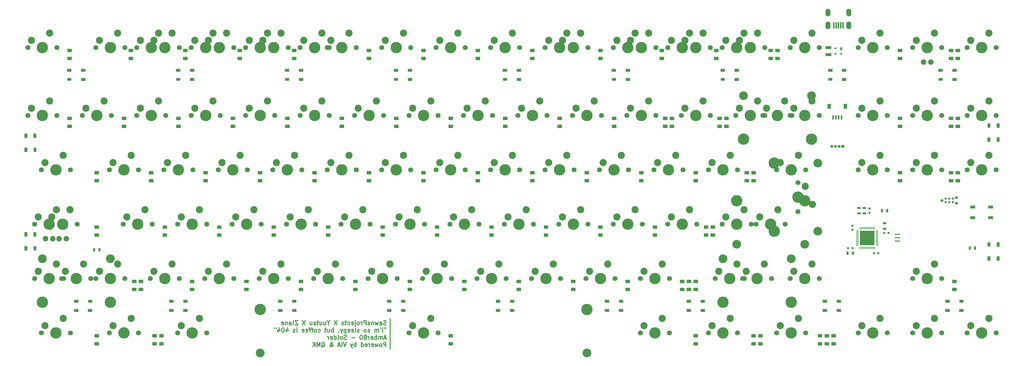
<source format=gbr>
%TF.GenerationSoftware,KiCad,Pcbnew,(5.1.10)-1*%
%TF.CreationDate,2022-05-13T21:41:30+07:00*%
%TF.ProjectId,solder,736f6c64-6572-42e6-9b69-6361645f7063,rev?*%
%TF.SameCoordinates,Original*%
%TF.FileFunction,Soldermask,Bot*%
%TF.FilePolarity,Negative*%
%FSLAX46Y46*%
G04 Gerber Fmt 4.6, Leading zero omitted, Abs format (unit mm)*
G04 Created by KiCad (PCBNEW (5.1.10)-1) date 2022-05-13 21:41:30*
%MOMM*%
%LPD*%
G01*
G04 APERTURE LIST*
%ADD10C,0.300000*%
%ADD11R,1.900000X0.400000*%
%ADD12C,3.987800*%
%ADD13C,2.500000*%
%ADD14C,1.750000*%
%ADD15C,3.048000*%
%ADD16O,1.000000X1.000000*%
%ADD17R,1.000000X1.000000*%
%ADD18R,2.030000X1.140000*%
%ADD19R,0.700000X1.000000*%
%ADD20R,0.700000X0.600000*%
%ADD21R,0.500000X2.250000*%
%ADD22O,1.700000X2.700000*%
%ADD23C,0.990600*%
%ADD24C,0.787400*%
%ADD25R,1.800000X1.100000*%
%ADD26R,0.700000X1.300000*%
%ADD27C,1.905000*%
%ADD28R,1.500000X1.000000*%
%ADD29R,1.000000X1.500000*%
%ADD30R,5.150000X5.150000*%
%ADD31R,1.300000X0.700000*%
%ADD32R,0.600000X1.550000*%
%ADD33R,1.200000X1.800000*%
%ADD34R,0.800000X0.750000*%
%ADD35R,0.750000X0.800000*%
G04 APERTURE END LIST*
D10*
X144081302Y-120897390D02*
X143867017Y-120968819D01*
X143509874Y-120968819D01*
X143367017Y-120897390D01*
X143295588Y-120825962D01*
X143224159Y-120683105D01*
X143224159Y-120540248D01*
X143295588Y-120397390D01*
X143367017Y-120325962D01*
X143509874Y-120254533D01*
X143795588Y-120183105D01*
X143938445Y-120111676D01*
X144009874Y-120040248D01*
X144081302Y-119897390D01*
X144081302Y-119754533D01*
X144009874Y-119611676D01*
X143938445Y-119540248D01*
X143795588Y-119468819D01*
X143438445Y-119468819D01*
X143224159Y-119540248D01*
X141938445Y-120968819D02*
X141938445Y-120183105D01*
X142009874Y-120040248D01*
X142152731Y-119968819D01*
X142438445Y-119968819D01*
X142581302Y-120040248D01*
X141938445Y-120897390D02*
X142081302Y-120968819D01*
X142438445Y-120968819D01*
X142581302Y-120897390D01*
X142652731Y-120754533D01*
X142652731Y-120611676D01*
X142581302Y-120468819D01*
X142438445Y-120397390D01*
X142081302Y-120397390D01*
X141938445Y-120325962D01*
X141367017Y-119968819D02*
X141081302Y-120968819D01*
X140795588Y-120254533D01*
X140509874Y-120968819D01*
X140224159Y-119968819D01*
X139652731Y-119968819D02*
X139652731Y-120968819D01*
X139652731Y-120111676D02*
X139581302Y-120040248D01*
X139438445Y-119968819D01*
X139224159Y-119968819D01*
X139081302Y-120040248D01*
X139009874Y-120183105D01*
X139009874Y-120968819D01*
X138367017Y-120897390D02*
X138224159Y-120968819D01*
X137938445Y-120968819D01*
X137795588Y-120897390D01*
X137724159Y-120754533D01*
X137724159Y-120683105D01*
X137795588Y-120540248D01*
X137938445Y-120468819D01*
X138152731Y-120468819D01*
X138295588Y-120397390D01*
X138367017Y-120254533D01*
X138367017Y-120183105D01*
X138295588Y-120040248D01*
X138152731Y-119968819D01*
X137938445Y-119968819D01*
X137795588Y-120040248D01*
X137081302Y-120968819D02*
X137081302Y-119468819D01*
X136509874Y-119468819D01*
X136367017Y-119540248D01*
X136295588Y-119611676D01*
X136224159Y-119754533D01*
X136224159Y-119968819D01*
X136295588Y-120111676D01*
X136367017Y-120183105D01*
X136509874Y-120254533D01*
X137081302Y-120254533D01*
X135581302Y-120968819D02*
X135581302Y-119968819D01*
X135581302Y-120254533D02*
X135509874Y-120111676D01*
X135438445Y-120040248D01*
X135295588Y-119968819D01*
X135152731Y-119968819D01*
X134438445Y-120968819D02*
X134581302Y-120897390D01*
X134652731Y-120825962D01*
X134724159Y-120683105D01*
X134724159Y-120254533D01*
X134652731Y-120111676D01*
X134581302Y-120040248D01*
X134438445Y-119968819D01*
X134224159Y-119968819D01*
X134081302Y-120040248D01*
X134009874Y-120111676D01*
X133938445Y-120254533D01*
X133938445Y-120683105D01*
X134009874Y-120825962D01*
X134081302Y-120897390D01*
X134224159Y-120968819D01*
X134438445Y-120968819D01*
X133295588Y-119968819D02*
X133295588Y-121254533D01*
X133367017Y-121397390D01*
X133509874Y-121468819D01*
X133581302Y-121468819D01*
X133295588Y-119468819D02*
X133367017Y-119540248D01*
X133295588Y-119611676D01*
X133224159Y-119540248D01*
X133295588Y-119468819D01*
X133295588Y-119611676D01*
X132009874Y-120897390D02*
X132152731Y-120968819D01*
X132438445Y-120968819D01*
X132581302Y-120897390D01*
X132652731Y-120754533D01*
X132652731Y-120183105D01*
X132581302Y-120040248D01*
X132438445Y-119968819D01*
X132152731Y-119968819D01*
X132009874Y-120040248D01*
X131938445Y-120183105D01*
X131938445Y-120325962D01*
X132652731Y-120468819D01*
X130652731Y-120897390D02*
X130795588Y-120968819D01*
X131081302Y-120968819D01*
X131224159Y-120897390D01*
X131295588Y-120825962D01*
X131367017Y-120683105D01*
X131367017Y-120254533D01*
X131295588Y-120111676D01*
X131224159Y-120040248D01*
X131081302Y-119968819D01*
X130795588Y-119968819D01*
X130652731Y-120040248D01*
X130224159Y-119968819D02*
X129652731Y-119968819D01*
X130009874Y-119468819D02*
X130009874Y-120754533D01*
X129938445Y-120897390D01*
X129795588Y-120968819D01*
X129652731Y-120968819D01*
X129224159Y-120897390D02*
X129081302Y-120968819D01*
X128795588Y-120968819D01*
X128652731Y-120897390D01*
X128581302Y-120754533D01*
X128581302Y-120683105D01*
X128652731Y-120540248D01*
X128795588Y-120468819D01*
X129009874Y-120468819D01*
X129152731Y-120397390D01*
X129224159Y-120254533D01*
X129224159Y-120183105D01*
X129152731Y-120040248D01*
X129009874Y-119968819D01*
X128795588Y-119968819D01*
X128652731Y-120040248D01*
X126938445Y-119468819D02*
X125938445Y-120968819D01*
X125938445Y-119468819D02*
X126938445Y-120968819D01*
X123938445Y-120254533D02*
X123938445Y-120968819D01*
X124438445Y-119468819D02*
X123938445Y-120254533D01*
X123438445Y-119468819D01*
X122295588Y-119968819D02*
X122295588Y-120968819D01*
X122938445Y-119968819D02*
X122938445Y-120754533D01*
X122867017Y-120897390D01*
X122724159Y-120968819D01*
X122509874Y-120968819D01*
X122367017Y-120897390D01*
X122295588Y-120825962D01*
X120938445Y-119968819D02*
X120938445Y-120968819D01*
X121581302Y-119968819D02*
X121581302Y-120754533D01*
X121509874Y-120897390D01*
X121367017Y-120968819D01*
X121152731Y-120968819D01*
X121009874Y-120897390D01*
X120938445Y-120825962D01*
X120438445Y-119968819D02*
X119867017Y-119968819D01*
X120224159Y-119468819D02*
X120224159Y-120754533D01*
X120152731Y-120897390D01*
X120009874Y-120968819D01*
X119867017Y-120968819D01*
X119438445Y-120897390D02*
X119295588Y-120968819D01*
X119009874Y-120968819D01*
X118867017Y-120897390D01*
X118795588Y-120754533D01*
X118795588Y-120683105D01*
X118867017Y-120540248D01*
X119009874Y-120468819D01*
X119224159Y-120468819D01*
X119367017Y-120397390D01*
X119438445Y-120254533D01*
X119438445Y-120183105D01*
X119367017Y-120040248D01*
X119224159Y-119968819D01*
X119009874Y-119968819D01*
X118867017Y-120040248D01*
X117509874Y-119968819D02*
X117509874Y-120968819D01*
X118152731Y-119968819D02*
X118152731Y-120754533D01*
X118081302Y-120897390D01*
X117938445Y-120968819D01*
X117724159Y-120968819D01*
X117581302Y-120897390D01*
X117509874Y-120825962D01*
X115795588Y-119468819D02*
X114795588Y-120968819D01*
X114795588Y-119468819D02*
X115795588Y-120968819D01*
X113224159Y-119468819D02*
X112224159Y-119468819D01*
X113224159Y-120968819D01*
X112224159Y-120968819D01*
X111438445Y-120968819D02*
X111581302Y-120897390D01*
X111652731Y-120754533D01*
X111652731Y-119468819D01*
X110224159Y-120968819D02*
X110224159Y-120183105D01*
X110295588Y-120040248D01*
X110438445Y-119968819D01*
X110724159Y-119968819D01*
X110867017Y-120040248D01*
X110224159Y-120897390D02*
X110367017Y-120968819D01*
X110724159Y-120968819D01*
X110867017Y-120897390D01*
X110938445Y-120754533D01*
X110938445Y-120611676D01*
X110867017Y-120468819D01*
X110724159Y-120397390D01*
X110367017Y-120397390D01*
X110224159Y-120325962D01*
X109509874Y-119968819D02*
X109509874Y-120968819D01*
X109509874Y-120111676D02*
X109438445Y-120040248D01*
X109295588Y-119968819D01*
X109081302Y-119968819D01*
X108938445Y-120040248D01*
X108867017Y-120183105D01*
X108867017Y-120968819D01*
X107581302Y-120897390D02*
X107724159Y-120968819D01*
X108009874Y-120968819D01*
X108152731Y-120897390D01*
X108224159Y-120754533D01*
X108224159Y-120183105D01*
X108152731Y-120040248D01*
X108009874Y-119968819D01*
X107724159Y-119968819D01*
X107581302Y-120040248D01*
X107509874Y-120183105D01*
X107509874Y-120325962D01*
X108224159Y-120468819D01*
X144081302Y-122018819D02*
X144081302Y-122304533D01*
X143509874Y-122018819D02*
X143509874Y-122304533D01*
X142867017Y-123518819D02*
X142867017Y-122518819D01*
X142867017Y-122018819D02*
X142938445Y-122090248D01*
X142867017Y-122161676D01*
X142795588Y-122090248D01*
X142867017Y-122018819D01*
X142867017Y-122161676D01*
X142081302Y-122018819D02*
X142224159Y-122304533D01*
X141438445Y-123518819D02*
X141438445Y-122518819D01*
X141438445Y-122661676D02*
X141367017Y-122590248D01*
X141224159Y-122518819D01*
X141009874Y-122518819D01*
X140867017Y-122590248D01*
X140795588Y-122733105D01*
X140795588Y-123518819D01*
X140795588Y-122733105D02*
X140724159Y-122590248D01*
X140581302Y-122518819D01*
X140367017Y-122518819D01*
X140224159Y-122590248D01*
X140152731Y-122733105D01*
X140152731Y-123518819D01*
X138367017Y-123447390D02*
X138224159Y-123518819D01*
X137938445Y-123518819D01*
X137795588Y-123447390D01*
X137724159Y-123304533D01*
X137724159Y-123233105D01*
X137795588Y-123090248D01*
X137938445Y-123018819D01*
X138152731Y-123018819D01*
X138295588Y-122947390D01*
X138367017Y-122804533D01*
X138367017Y-122733105D01*
X138295588Y-122590248D01*
X138152731Y-122518819D01*
X137938445Y-122518819D01*
X137795588Y-122590248D01*
X136867017Y-123518819D02*
X137009874Y-123447390D01*
X137081302Y-123375962D01*
X137152731Y-123233105D01*
X137152731Y-122804533D01*
X137081302Y-122661676D01*
X137009874Y-122590248D01*
X136867017Y-122518819D01*
X136652731Y-122518819D01*
X136509874Y-122590248D01*
X136438445Y-122661676D01*
X136367017Y-122804533D01*
X136367017Y-123233105D01*
X136438445Y-123375962D01*
X136509874Y-123447390D01*
X136652731Y-123518819D01*
X136867017Y-123518819D01*
X134652731Y-123447390D02*
X134509874Y-123518819D01*
X134224159Y-123518819D01*
X134081302Y-123447390D01*
X134009874Y-123304533D01*
X134009874Y-123233105D01*
X134081302Y-123090248D01*
X134224159Y-123018819D01*
X134438445Y-123018819D01*
X134581302Y-122947390D01*
X134652731Y-122804533D01*
X134652731Y-122733105D01*
X134581302Y-122590248D01*
X134438445Y-122518819D01*
X134224159Y-122518819D01*
X134081302Y-122590248D01*
X133152731Y-123518819D02*
X133295588Y-123447390D01*
X133367017Y-123304533D01*
X133367017Y-122018819D01*
X132009874Y-123447390D02*
X132152731Y-123518819D01*
X132438445Y-123518819D01*
X132581302Y-123447390D01*
X132652731Y-123304533D01*
X132652731Y-122733105D01*
X132581302Y-122590248D01*
X132438445Y-122518819D01*
X132152731Y-122518819D01*
X132009874Y-122590248D01*
X131938445Y-122733105D01*
X131938445Y-122875962D01*
X132652731Y-123018819D01*
X130724159Y-123447390D02*
X130867017Y-123518819D01*
X131152731Y-123518819D01*
X131295588Y-123447390D01*
X131367017Y-123304533D01*
X131367017Y-122733105D01*
X131295588Y-122590248D01*
X131152731Y-122518819D01*
X130867017Y-122518819D01*
X130724159Y-122590248D01*
X130652731Y-122733105D01*
X130652731Y-122875962D01*
X131367017Y-123018819D01*
X130009874Y-122518819D02*
X130009874Y-124018819D01*
X130009874Y-122590248D02*
X129867017Y-122518819D01*
X129581302Y-122518819D01*
X129438445Y-122590248D01*
X129367017Y-122661676D01*
X129295588Y-122804533D01*
X129295588Y-123233105D01*
X129367017Y-123375962D01*
X129438445Y-123447390D01*
X129581302Y-123518819D01*
X129867017Y-123518819D01*
X130009874Y-123447390D01*
X128795588Y-122518819D02*
X128438445Y-123518819D01*
X128081302Y-122518819D02*
X128438445Y-123518819D01*
X128581302Y-123875962D01*
X128652731Y-123947390D01*
X128795588Y-124018819D01*
X127438445Y-123447390D02*
X127438445Y-123518819D01*
X127509874Y-123661676D01*
X127581302Y-123733105D01*
X125652731Y-123518819D02*
X125652731Y-122018819D01*
X125652731Y-122590248D02*
X125509874Y-122518819D01*
X125224159Y-122518819D01*
X125081302Y-122590248D01*
X125009874Y-122661676D01*
X124938445Y-122804533D01*
X124938445Y-123233105D01*
X125009874Y-123375962D01*
X125081302Y-123447390D01*
X125224159Y-123518819D01*
X125509874Y-123518819D01*
X125652731Y-123447390D01*
X123652731Y-122518819D02*
X123652731Y-123518819D01*
X124295588Y-122518819D02*
X124295588Y-123304533D01*
X124224159Y-123447390D01*
X124081302Y-123518819D01*
X123867017Y-123518819D01*
X123724159Y-123447390D01*
X123652731Y-123375962D01*
X123152731Y-122518819D02*
X122581302Y-122518819D01*
X122938445Y-122018819D02*
X122938445Y-123304533D01*
X122867017Y-123447390D01*
X122724159Y-123518819D01*
X122581302Y-123518819D01*
X120295588Y-123447390D02*
X120438445Y-123518819D01*
X120724159Y-123518819D01*
X120867017Y-123447390D01*
X120938445Y-123375962D01*
X121009874Y-123233105D01*
X121009874Y-122804533D01*
X120938445Y-122661676D01*
X120867017Y-122590248D01*
X120724159Y-122518819D01*
X120438445Y-122518819D01*
X120295588Y-122590248D01*
X119438445Y-123518819D02*
X119581302Y-123447390D01*
X119652731Y-123375962D01*
X119724159Y-123233105D01*
X119724159Y-122804533D01*
X119652731Y-122661676D01*
X119581302Y-122590248D01*
X119438445Y-122518819D01*
X119224159Y-122518819D01*
X119081302Y-122590248D01*
X119009874Y-122661676D01*
X118938445Y-122804533D01*
X118938445Y-123233105D01*
X119009874Y-123375962D01*
X119081302Y-123447390D01*
X119224159Y-123518819D01*
X119438445Y-123518819D01*
X118509874Y-122518819D02*
X117938445Y-122518819D01*
X118295588Y-123518819D02*
X118295588Y-122233105D01*
X118224159Y-122090248D01*
X118081302Y-122018819D01*
X117938445Y-122018819D01*
X117652731Y-122518819D02*
X117081302Y-122518819D01*
X117438445Y-123518819D02*
X117438445Y-122233105D01*
X117367017Y-122090248D01*
X117224159Y-122018819D01*
X117081302Y-122018819D01*
X116009874Y-123447390D02*
X116152731Y-123518819D01*
X116438445Y-123518819D01*
X116581302Y-123447390D01*
X116652731Y-123304533D01*
X116652731Y-122733105D01*
X116581302Y-122590248D01*
X116438445Y-122518819D01*
X116152731Y-122518819D01*
X116009874Y-122590248D01*
X115938445Y-122733105D01*
X115938445Y-122875962D01*
X116652731Y-123018819D01*
X114724159Y-123447390D02*
X114867017Y-123518819D01*
X115152731Y-123518819D01*
X115295588Y-123447390D01*
X115367017Y-123304533D01*
X115367017Y-122733105D01*
X115295588Y-122590248D01*
X115152731Y-122518819D01*
X114867017Y-122518819D01*
X114724159Y-122590248D01*
X114652731Y-122733105D01*
X114652731Y-122875962D01*
X115367017Y-123018819D01*
X112867017Y-123518819D02*
X112867017Y-122518819D01*
X112867017Y-122018819D02*
X112938445Y-122090248D01*
X112867017Y-122161676D01*
X112795588Y-122090248D01*
X112867017Y-122018819D01*
X112867017Y-122161676D01*
X112224159Y-123447390D02*
X112081302Y-123518819D01*
X111795588Y-123518819D01*
X111652731Y-123447390D01*
X111581302Y-123304533D01*
X111581302Y-123233105D01*
X111652731Y-123090248D01*
X111795588Y-123018819D01*
X112009874Y-123018819D01*
X112152731Y-122947390D01*
X112224159Y-122804533D01*
X112224159Y-122733105D01*
X112152731Y-122590248D01*
X112009874Y-122518819D01*
X111795588Y-122518819D01*
X111652731Y-122590248D01*
X109152731Y-122518819D02*
X109152731Y-123518819D01*
X109509874Y-121947390D02*
X109867017Y-123018819D01*
X108938445Y-123018819D01*
X108081302Y-122018819D02*
X107938445Y-122018819D01*
X107795588Y-122090248D01*
X107724159Y-122161676D01*
X107652731Y-122304533D01*
X107581302Y-122590248D01*
X107581302Y-122947390D01*
X107652731Y-123233105D01*
X107724159Y-123375962D01*
X107795588Y-123447390D01*
X107938445Y-123518819D01*
X108081302Y-123518819D01*
X108224159Y-123447390D01*
X108295588Y-123375962D01*
X108367017Y-123233105D01*
X108438445Y-122947390D01*
X108438445Y-122590248D01*
X108367017Y-122304533D01*
X108295588Y-122161676D01*
X108224159Y-122090248D01*
X108081302Y-122018819D01*
X106295588Y-122518819D02*
X106295588Y-123518819D01*
X106652731Y-121947390D02*
X107009874Y-123018819D01*
X106081302Y-123018819D01*
X105581302Y-122018819D02*
X105581302Y-122304533D01*
X105009874Y-122018819D02*
X105009874Y-122304533D01*
X144081302Y-125640248D02*
X143367017Y-125640248D01*
X144224159Y-126068819D02*
X143724159Y-124568819D01*
X143224159Y-126068819D01*
X142724159Y-126068819D02*
X142724159Y-125068819D01*
X142724159Y-125211676D02*
X142652731Y-125140248D01*
X142509874Y-125068819D01*
X142295588Y-125068819D01*
X142152731Y-125140248D01*
X142081302Y-125283105D01*
X142081302Y-126068819D01*
X142081302Y-125283105D02*
X142009874Y-125140248D01*
X141867017Y-125068819D01*
X141652731Y-125068819D01*
X141509874Y-125140248D01*
X141438445Y-125283105D01*
X141438445Y-126068819D01*
X140724159Y-126068819D02*
X140724159Y-124568819D01*
X140724159Y-125140248D02*
X140581302Y-125068819D01*
X140295588Y-125068819D01*
X140152731Y-125140248D01*
X140081302Y-125211676D01*
X140009874Y-125354533D01*
X140009874Y-125783105D01*
X140081302Y-125925962D01*
X140152731Y-125997390D01*
X140295588Y-126068819D01*
X140581302Y-126068819D01*
X140724159Y-125997390D01*
X138795588Y-125997390D02*
X138938445Y-126068819D01*
X139224159Y-126068819D01*
X139367017Y-125997390D01*
X139438445Y-125854533D01*
X139438445Y-125283105D01*
X139367017Y-125140248D01*
X139224159Y-125068819D01*
X138938445Y-125068819D01*
X138795588Y-125140248D01*
X138724159Y-125283105D01*
X138724159Y-125425962D01*
X139438445Y-125568819D01*
X138081302Y-126068819D02*
X138081302Y-125068819D01*
X138081302Y-125354533D02*
X138009874Y-125211676D01*
X137938445Y-125140248D01*
X137795588Y-125068819D01*
X137652731Y-125068819D01*
X136938445Y-125211676D02*
X137081302Y-125140248D01*
X137152731Y-125068819D01*
X137224159Y-124925962D01*
X137224159Y-124854533D01*
X137152731Y-124711676D01*
X137081302Y-124640248D01*
X136938445Y-124568819D01*
X136652731Y-124568819D01*
X136509874Y-124640248D01*
X136438445Y-124711676D01*
X136367017Y-124854533D01*
X136367017Y-124925962D01*
X136438445Y-125068819D01*
X136509874Y-125140248D01*
X136652731Y-125211676D01*
X136938445Y-125211676D01*
X137081302Y-125283105D01*
X137152731Y-125354533D01*
X137224159Y-125497390D01*
X137224159Y-125783105D01*
X137152731Y-125925962D01*
X137081302Y-125997390D01*
X136938445Y-126068819D01*
X136652731Y-126068819D01*
X136509874Y-125997390D01*
X136438445Y-125925962D01*
X136367017Y-125783105D01*
X136367017Y-125497390D01*
X136438445Y-125354533D01*
X136509874Y-125283105D01*
X136652731Y-125211676D01*
X135438445Y-124568819D02*
X135295588Y-124568819D01*
X135152731Y-124640248D01*
X135081302Y-124711676D01*
X135009874Y-124854533D01*
X134938445Y-125140248D01*
X134938445Y-125497390D01*
X135009874Y-125783105D01*
X135081302Y-125925962D01*
X135152731Y-125997390D01*
X135295588Y-126068819D01*
X135438445Y-126068819D01*
X135581302Y-125997390D01*
X135652731Y-125925962D01*
X135724159Y-125783105D01*
X135795588Y-125497390D01*
X135795588Y-125140248D01*
X135724159Y-124854533D01*
X135652731Y-124711676D01*
X135581302Y-124640248D01*
X135438445Y-124568819D01*
X133152731Y-125497390D02*
X132009874Y-125497390D01*
X130224159Y-125997390D02*
X130009874Y-126068819D01*
X129652731Y-126068819D01*
X129509874Y-125997390D01*
X129438445Y-125925962D01*
X129367017Y-125783105D01*
X129367017Y-125640248D01*
X129438445Y-125497390D01*
X129509874Y-125425962D01*
X129652731Y-125354533D01*
X129938445Y-125283105D01*
X130081302Y-125211676D01*
X130152731Y-125140248D01*
X130224159Y-124997390D01*
X130224159Y-124854533D01*
X130152731Y-124711676D01*
X130081302Y-124640248D01*
X129938445Y-124568819D01*
X129581302Y-124568819D01*
X129367017Y-124640248D01*
X128509874Y-126068819D02*
X128652731Y-125997390D01*
X128724159Y-125925962D01*
X128795588Y-125783105D01*
X128795588Y-125354533D01*
X128724159Y-125211676D01*
X128652731Y-125140248D01*
X128509874Y-125068819D01*
X128295588Y-125068819D01*
X128152731Y-125140248D01*
X128081302Y-125211676D01*
X128009874Y-125354533D01*
X128009874Y-125783105D01*
X128081302Y-125925962D01*
X128152731Y-125997390D01*
X128295588Y-126068819D01*
X128509874Y-126068819D01*
X127152731Y-126068819D02*
X127295588Y-125997390D01*
X127367017Y-125854533D01*
X127367017Y-124568819D01*
X125938445Y-126068819D02*
X125938445Y-124568819D01*
X125938445Y-125997390D02*
X126081302Y-126068819D01*
X126367017Y-126068819D01*
X126509874Y-125997390D01*
X126581302Y-125925962D01*
X126652731Y-125783105D01*
X126652731Y-125354533D01*
X126581302Y-125211676D01*
X126509874Y-125140248D01*
X126367017Y-125068819D01*
X126081302Y-125068819D01*
X125938445Y-125140248D01*
X124652731Y-125997390D02*
X124795588Y-126068819D01*
X125081302Y-126068819D01*
X125224159Y-125997390D01*
X125295588Y-125854533D01*
X125295588Y-125283105D01*
X125224159Y-125140248D01*
X125081302Y-125068819D01*
X124795588Y-125068819D01*
X124652731Y-125140248D01*
X124581302Y-125283105D01*
X124581302Y-125425962D01*
X125295588Y-125568819D01*
X123938445Y-126068819D02*
X123938445Y-125068819D01*
X123938445Y-125354533D02*
X123867017Y-125211676D01*
X123795588Y-125140248D01*
X123652731Y-125068819D01*
X123509874Y-125068819D01*
X144009874Y-128618819D02*
X144009874Y-127118819D01*
X143438445Y-127118819D01*
X143295588Y-127190248D01*
X143224159Y-127261676D01*
X143152731Y-127404533D01*
X143152731Y-127618819D01*
X143224159Y-127761676D01*
X143295588Y-127833105D01*
X143438445Y-127904533D01*
X144009874Y-127904533D01*
X142295588Y-128618819D02*
X142438445Y-128547390D01*
X142509874Y-128475962D01*
X142581302Y-128333105D01*
X142581302Y-127904533D01*
X142509874Y-127761676D01*
X142438445Y-127690248D01*
X142295588Y-127618819D01*
X142081302Y-127618819D01*
X141938445Y-127690248D01*
X141867017Y-127761676D01*
X141795588Y-127904533D01*
X141795588Y-128333105D01*
X141867017Y-128475962D01*
X141938445Y-128547390D01*
X142081302Y-128618819D01*
X142295588Y-128618819D01*
X141295588Y-127618819D02*
X141009874Y-128618819D01*
X140724159Y-127904533D01*
X140438445Y-128618819D01*
X140152731Y-127618819D01*
X139009874Y-128547390D02*
X139152731Y-128618819D01*
X139438445Y-128618819D01*
X139581302Y-128547390D01*
X139652731Y-128404533D01*
X139652731Y-127833105D01*
X139581302Y-127690248D01*
X139438445Y-127618819D01*
X139152731Y-127618819D01*
X139009874Y-127690248D01*
X138938445Y-127833105D01*
X138938445Y-127975962D01*
X139652731Y-128118819D01*
X138295588Y-128618819D02*
X138295588Y-127618819D01*
X138295588Y-127904533D02*
X138224159Y-127761676D01*
X138152731Y-127690248D01*
X138009874Y-127618819D01*
X137867017Y-127618819D01*
X136795588Y-128547390D02*
X136938445Y-128618819D01*
X137224159Y-128618819D01*
X137367017Y-128547390D01*
X137438445Y-128404533D01*
X137438445Y-127833105D01*
X137367017Y-127690248D01*
X137224159Y-127618819D01*
X136938445Y-127618819D01*
X136795588Y-127690248D01*
X136724159Y-127833105D01*
X136724159Y-127975962D01*
X137438445Y-128118819D01*
X135438445Y-128618819D02*
X135438445Y-127118819D01*
X135438445Y-128547390D02*
X135581302Y-128618819D01*
X135867017Y-128618819D01*
X136009874Y-128547390D01*
X136081302Y-128475962D01*
X136152731Y-128333105D01*
X136152731Y-127904533D01*
X136081302Y-127761676D01*
X136009874Y-127690248D01*
X135867017Y-127618819D01*
X135581302Y-127618819D01*
X135438445Y-127690248D01*
X133581302Y-128618819D02*
X133581302Y-127118819D01*
X133581302Y-127690248D02*
X133438445Y-127618819D01*
X133152731Y-127618819D01*
X133009874Y-127690248D01*
X132938445Y-127761676D01*
X132867017Y-127904533D01*
X132867017Y-128333105D01*
X132938445Y-128475962D01*
X133009874Y-128547390D01*
X133152731Y-128618819D01*
X133438445Y-128618819D01*
X133581302Y-128547390D01*
X132367017Y-127618819D02*
X132009874Y-128618819D01*
X131652731Y-127618819D02*
X132009874Y-128618819D01*
X132152731Y-128975962D01*
X132224159Y-129047390D01*
X132367017Y-129118819D01*
X130152731Y-127118819D02*
X129652731Y-128618819D01*
X129152731Y-127118819D01*
X128652731Y-128618819D02*
X128652731Y-127118819D01*
X128009874Y-128190248D02*
X127295588Y-128190248D01*
X128152731Y-128618819D02*
X127652731Y-127118819D01*
X127152731Y-128618819D01*
X124295588Y-128618819D02*
X124367017Y-128618819D01*
X124509874Y-128547390D01*
X124724159Y-128333105D01*
X125081302Y-127904533D01*
X125224159Y-127690248D01*
X125295588Y-127475962D01*
X125295588Y-127333105D01*
X125224159Y-127190248D01*
X125081302Y-127118819D01*
X125009874Y-127118819D01*
X124867017Y-127190248D01*
X124795588Y-127333105D01*
X124795588Y-127404533D01*
X124867017Y-127547390D01*
X124938445Y-127618819D01*
X125367017Y-127904533D01*
X125438445Y-127975962D01*
X125509874Y-128118819D01*
X125509874Y-128333105D01*
X125438445Y-128475962D01*
X125367017Y-128547390D01*
X125224159Y-128618819D01*
X125009874Y-128618819D01*
X124867017Y-128547390D01*
X124795588Y-128475962D01*
X124581302Y-128190248D01*
X124509874Y-127975962D01*
X124509874Y-127833105D01*
X121509874Y-128761676D02*
X121652731Y-128690248D01*
X121795588Y-128547390D01*
X122009874Y-128333105D01*
X122152731Y-128261676D01*
X122295588Y-128261676D01*
X122224159Y-128618819D02*
X122367017Y-128547390D01*
X122509874Y-128404533D01*
X122581302Y-128118819D01*
X122581302Y-127618819D01*
X122509874Y-127333105D01*
X122367017Y-127190248D01*
X122224159Y-127118819D01*
X121938445Y-127118819D01*
X121795588Y-127190248D01*
X121652731Y-127333105D01*
X121581302Y-127618819D01*
X121581302Y-128118819D01*
X121652731Y-128404533D01*
X121795588Y-128547390D01*
X121938445Y-128618819D01*
X122224159Y-128618819D01*
X120938445Y-128618819D02*
X120938445Y-127118819D01*
X120438445Y-128190248D01*
X119938445Y-127118819D01*
X119938445Y-128618819D01*
X119224159Y-128618819D02*
X119224159Y-127118819D01*
X118367017Y-128618819D02*
X119009874Y-127761676D01*
X118367017Y-127118819D02*
X119224159Y-127975962D01*
X145530779Y-118757422D02*
X145530779Y-129473074D01*
D11*
%TO.C,Y1*%
X322919004Y-89257849D03*
X322919004Y-90457849D03*
X322919004Y-91657849D03*
%TD*%
D12*
%TO.C,MX46*%
X157162500Y-123825000D03*
D13*
X159702500Y-118745000D03*
D14*
X152082500Y-123825000D03*
X162242500Y-123825000D03*
D13*
X153352500Y-121285000D03*
D15*
X100012500Y-130810000D03*
X214312500Y-130810000D03*
D12*
X100012500Y-115570000D03*
X214312500Y-115570000D03*
%TD*%
D16*
%TO.C,J5*%
X300014004Y-58457849D03*
X301284004Y-58457849D03*
X302554004Y-58457849D03*
D17*
X303824004Y-58457849D03*
%TD*%
D14*
%TO.C,MX97*%
X66992500Y-23812500D03*
D13*
X58102500Y-21272500D03*
D14*
X56832500Y-23812500D03*
D12*
X61912500Y-23812500D03*
D13*
X64452500Y-18732500D03*
%TD*%
D14*
%TO.C,MX9*%
X52705000Y-23812500D03*
D13*
X43815000Y-21272500D03*
D14*
X42545000Y-23812500D03*
D12*
X47625000Y-23812500D03*
D13*
X50165000Y-18732500D03*
%TD*%
D18*
%TO.C,F1*%
X298812500Y-26212500D03*
X298812500Y-23812500D03*
%TD*%
D19*
%TO.C,U3*%
X303312500Y-24262500D03*
D20*
X301312500Y-24062500D03*
X303312500Y-25962500D03*
X301312500Y-25962500D03*
%TD*%
D21*
%TO.C,J3*%
X303912500Y-16012500D03*
X303112500Y-16012500D03*
X302312500Y-16012500D03*
X301512500Y-16012500D03*
X300712500Y-16012500D03*
D22*
X298662500Y-16012500D03*
X305962500Y-16012500D03*
X305962500Y-11512500D03*
X298662500Y-11512500D03*
%TD*%
%TO.C,J2*%
X305962500Y-16012500D03*
X298662500Y-16012500D03*
X298662500Y-11512500D03*
X305962500Y-11512500D03*
%TD*%
D14*
%TO.C,MX107*%
X276542500Y-23812500D03*
D13*
X267652500Y-21272500D03*
D14*
X266382500Y-23812500D03*
D12*
X271462500Y-23812500D03*
D13*
X274002500Y-18732500D03*
%TD*%
D14*
%TO.C,MX106*%
X257492500Y-23812500D03*
D13*
X248602500Y-21272500D03*
D14*
X247332500Y-23812500D03*
D12*
X252412500Y-23812500D03*
D13*
X254952500Y-18732500D03*
%TD*%
D14*
%TO.C,MX105*%
X238442500Y-23812500D03*
D13*
X229552500Y-21272500D03*
D14*
X228282500Y-23812500D03*
D12*
X233362500Y-23812500D03*
D13*
X235902500Y-18732500D03*
%TD*%
D14*
%TO.C,MX104*%
X209867500Y-23812500D03*
D13*
X200977500Y-21272500D03*
D14*
X199707500Y-23812500D03*
D12*
X204787500Y-23812500D03*
D13*
X207327500Y-18732500D03*
%TD*%
D14*
%TO.C,MX100*%
X124142500Y-23812500D03*
D13*
X115252500Y-21272500D03*
D14*
X113982500Y-23812500D03*
D12*
X119062500Y-23812500D03*
D13*
X121602500Y-18732500D03*
%TD*%
D14*
%TO.C,MX99*%
X105092500Y-23812500D03*
D13*
X96202500Y-21272500D03*
D14*
X94932500Y-23812500D03*
D12*
X100012500Y-23812500D03*
D13*
X102552500Y-18732500D03*
%TD*%
D14*
%TO.C,MX98*%
X86042500Y-23812500D03*
D13*
X77152500Y-21272500D03*
D14*
X75882500Y-23812500D03*
D12*
X80962500Y-23812500D03*
D13*
X83502500Y-18732500D03*
%TD*%
D14*
%TO.C,MX20*%
X81280000Y-123825000D03*
D13*
X72390000Y-121285000D03*
D14*
X71120000Y-123825000D03*
D12*
X76200000Y-123825000D03*
D13*
X78740000Y-118745000D03*
%TD*%
D14*
%TO.C,MX90*%
X338455000Y-66675000D03*
D13*
X329565000Y-64135000D03*
D14*
X328295000Y-66675000D03*
D12*
X333375000Y-66675000D03*
D13*
X335915000Y-61595000D03*
%TD*%
D14*
%TO.C,MX17*%
X76517500Y-66675000D03*
D13*
X67627500Y-64135000D03*
D14*
X66357500Y-66675000D03*
D12*
X71437500Y-66675000D03*
D13*
X73977500Y-61595000D03*
%TD*%
D23*
%TO.C,U1*%
X343654349Y-78406690D03*
X343654349Y-76374690D03*
X338574349Y-77390690D03*
D24*
X339844349Y-76755690D03*
X339844349Y-78025690D03*
X341114349Y-76755690D03*
X341114349Y-78025690D03*
X342384349Y-76755690D03*
X342384349Y-78025690D03*
%TD*%
D25*
%TO.C,SW1*%
X349325296Y-79707881D03*
X355525296Y-83407881D03*
X349325296Y-83407881D03*
X355525296Y-79707881D03*
%TD*%
D26*
%TO.C,R3*%
X41912536Y-94654767D03*
X43812536Y-94654767D03*
%TD*%
D27*
%TO.C,LED3*%
X29686250Y-90805000D03*
X32226250Y-90805000D03*
%TD*%
%TO.C,LED2*%
X27463772Y-90805072D03*
X24923772Y-90805072D03*
%TD*%
D26*
%TO.C,R2*%
X319442455Y-80962568D03*
X317542455Y-80962568D03*
%TD*%
D27*
%TO.C,LED1*%
X332105000Y-28892500D03*
X334645000Y-28892500D03*
%TD*%
D28*
%TO.C,RGB22*%
X68987656Y-115900096D03*
X68987656Y-112700096D03*
X73887656Y-115900096D03*
G36*
G01*
X73137656Y-112950096D02*
X73137656Y-112450096D01*
G75*
G02*
X73387656Y-112200096I250000J0D01*
G01*
X74387656Y-112200096D01*
G75*
G02*
X74637656Y-112450096I0J-250000D01*
G01*
X74637656Y-112950096D01*
G75*
G02*
X74387656Y-113200096I-250000J0D01*
G01*
X73387656Y-113200096D01*
G75*
G02*
X73137656Y-112950096I0J250000D01*
G01*
G37*
%TD*%
%TO.C,RGB21*%
X107087656Y-115900096D03*
X107087656Y-112700096D03*
X111987656Y-115900096D03*
G36*
G01*
X111237656Y-112950096D02*
X111237656Y-112450096D01*
G75*
G02*
X111487656Y-112200096I250000J0D01*
G01*
X112487656Y-112200096D01*
G75*
G02*
X112737656Y-112450096I0J-250000D01*
G01*
X112737656Y-112950096D01*
G75*
G02*
X112487656Y-113200096I-250000J0D01*
G01*
X111487656Y-113200096D01*
G75*
G02*
X111237656Y-112950096I0J250000D01*
G01*
G37*
%TD*%
%TO.C,RGB20*%
X145187656Y-115900096D03*
X145187656Y-112700096D03*
X150087656Y-115900096D03*
G36*
G01*
X149337656Y-112950096D02*
X149337656Y-112450096D01*
G75*
G02*
X149587656Y-112200096I250000J0D01*
G01*
X150587656Y-112200096D01*
G75*
G02*
X150837656Y-112450096I0J-250000D01*
G01*
X150837656Y-112950096D01*
G75*
G02*
X150587656Y-113200096I-250000J0D01*
G01*
X149587656Y-113200096D01*
G75*
G02*
X149337656Y-112950096I0J250000D01*
G01*
G37*
%TD*%
%TO.C,RGB19*%
X183287656Y-115900096D03*
X183287656Y-112700096D03*
X188187656Y-115900096D03*
G36*
G01*
X187437656Y-112950096D02*
X187437656Y-112450096D01*
G75*
G02*
X187687656Y-112200096I250000J0D01*
G01*
X188687656Y-112200096D01*
G75*
G02*
X188937656Y-112450096I0J-250000D01*
G01*
X188937656Y-112950096D01*
G75*
G02*
X188687656Y-113200096I-250000J0D01*
G01*
X187687656Y-113200096D01*
G75*
G02*
X187437656Y-112950096I0J250000D01*
G01*
G37*
%TD*%
%TO.C,RGB18*%
X221387688Y-115900096D03*
X221387688Y-112700096D03*
X226287688Y-115900096D03*
G36*
G01*
X225537688Y-112950096D02*
X225537688Y-112450096D01*
G75*
G02*
X225787688Y-112200096I250000J0D01*
G01*
X226787688Y-112200096D01*
G75*
G02*
X227037688Y-112450096I0J-250000D01*
G01*
X227037688Y-112950096D01*
G75*
G02*
X226787688Y-113200096I-250000J0D01*
G01*
X225787688Y-113200096D01*
G75*
G02*
X225537688Y-112950096I0J250000D01*
G01*
G37*
%TD*%
%TO.C,RGB17*%
X249962712Y-115900096D03*
X249962712Y-112700096D03*
X254862712Y-115900096D03*
G36*
G01*
X254112712Y-112950096D02*
X254112712Y-112450096D01*
G75*
G02*
X254362712Y-112200096I250000J0D01*
G01*
X255362712Y-112200096D01*
G75*
G02*
X255612712Y-112450096I0J-250000D01*
G01*
X255612712Y-112950096D01*
G75*
G02*
X255362712Y-113200096I-250000J0D01*
G01*
X254362712Y-113200096D01*
G75*
G02*
X254112712Y-112950096I0J250000D01*
G01*
G37*
%TD*%
%TO.C,RGB16*%
X297587752Y-115900096D03*
X297587752Y-112700096D03*
X302487752Y-115900096D03*
G36*
G01*
X301737752Y-112950096D02*
X301737752Y-112450096D01*
G75*
G02*
X301987752Y-112200096I250000J0D01*
G01*
X302987752Y-112200096D01*
G75*
G02*
X303237752Y-112450096I0J-250000D01*
G01*
X303237752Y-112950096D01*
G75*
G02*
X302987752Y-113200096I-250000J0D01*
G01*
X301987752Y-113200096D01*
G75*
G02*
X301737752Y-112950096I0J250000D01*
G01*
G37*
%TD*%
%TO.C,RGB15*%
X340450288Y-115900096D03*
X340450288Y-112700096D03*
X345350288Y-115900096D03*
G36*
G01*
X344600288Y-112950096D02*
X344600288Y-112450096D01*
G75*
G02*
X344850288Y-112200096I250000J0D01*
G01*
X345850288Y-112200096D01*
G75*
G02*
X346100288Y-112450096I0J-250000D01*
G01*
X346100288Y-112950096D01*
G75*
G02*
X345850288Y-113200096I-250000J0D01*
G01*
X344850288Y-113200096D01*
G75*
G02*
X344600288Y-112950096I0J250000D01*
G01*
G37*
%TD*%
D29*
%TO.C,RGB14*%
X358192487Y-97700080D03*
X354992487Y-97700080D03*
X358192487Y-92800080D03*
G36*
G01*
X355242487Y-93550080D02*
X354742487Y-93550080D01*
G75*
G02*
X354492487Y-93300080I0J250000D01*
G01*
X354492487Y-92300080D01*
G75*
G02*
X354742487Y-92050080I250000J0D01*
G01*
X355242487Y-92050080D01*
G75*
G02*
X355492487Y-92300080I0J-250000D01*
G01*
X355492487Y-93300080D01*
G75*
G02*
X355242487Y-93550080I-250000J0D01*
G01*
G37*
%TD*%
D28*
%TO.C,RGB13*%
X35650032Y-115900096D03*
X35650032Y-112700096D03*
X40550032Y-115900096D03*
G36*
G01*
X39800032Y-112950096D02*
X39800032Y-112450096D01*
G75*
G02*
X40050032Y-112200096I250000J0D01*
G01*
X41050032Y-112200096D01*
G75*
G02*
X41300032Y-112450096I0J-250000D01*
G01*
X41300032Y-112950096D01*
G75*
G02*
X41050032Y-113200096I-250000J0D01*
G01*
X40050032Y-113200096D01*
G75*
G02*
X39800032Y-112950096I0J250000D01*
G01*
G37*
%TD*%
D29*
%TO.C,RGB12*%
X18045329Y-89228202D03*
X21245329Y-89228202D03*
X18045329Y-94128202D03*
G36*
G01*
X20995329Y-93378202D02*
X21495329Y-93378202D01*
G75*
G02*
X21745329Y-93628202I0J-250000D01*
G01*
X21745329Y-94628202D01*
G75*
G02*
X21495329Y-94878202I-250000J0D01*
G01*
X20995329Y-94878202D01*
G75*
G02*
X20745329Y-94628202I0J250000D01*
G01*
X20745329Y-93628202D01*
G75*
G02*
X20995329Y-93378202I250000J0D01*
G01*
G37*
%TD*%
%TO.C,RGB11*%
X18045329Y-54700048D03*
X21245329Y-54700048D03*
X18045329Y-59600048D03*
G36*
G01*
X20995329Y-58850048D02*
X21495329Y-58850048D01*
G75*
G02*
X21745329Y-59100048I0J-250000D01*
G01*
X21745329Y-60100048D01*
G75*
G02*
X21495329Y-60350048I-250000J0D01*
G01*
X20995329Y-60350048D01*
G75*
G02*
X20745329Y-60100048I0J250000D01*
G01*
X20745329Y-59100048D01*
G75*
G02*
X20995329Y-58850048I250000J0D01*
G01*
G37*
%TD*%
D28*
%TO.C,RGB10*%
X38168780Y-31737528D03*
X38168780Y-34937528D03*
X33268780Y-31737528D03*
G36*
G01*
X34018780Y-34687528D02*
X34018780Y-35187528D01*
G75*
G02*
X33768780Y-35437528I-250000J0D01*
G01*
X32768780Y-35437528D01*
G75*
G02*
X32518780Y-35187528I0J250000D01*
G01*
X32518780Y-34687528D01*
G75*
G02*
X32768780Y-34437528I250000J0D01*
G01*
X33768780Y-34437528D01*
G75*
G02*
X34018780Y-34687528I0J-250000D01*
G01*
G37*
%TD*%
%TO.C,RGB9*%
X76268780Y-31737528D03*
X76268780Y-34937528D03*
X71368780Y-31737528D03*
G36*
G01*
X72118780Y-34687528D02*
X72118780Y-35187528D01*
G75*
G02*
X71868780Y-35437528I-250000J0D01*
G01*
X70868780Y-35437528D01*
G75*
G02*
X70618780Y-35187528I0J250000D01*
G01*
X70618780Y-34687528D01*
G75*
G02*
X70868780Y-34437528I250000J0D01*
G01*
X71868780Y-34437528D01*
G75*
G02*
X72118780Y-34687528I0J-250000D01*
G01*
G37*
%TD*%
%TO.C,RGB8*%
X114368780Y-31737528D03*
X114368780Y-34937528D03*
X109468780Y-31737528D03*
G36*
G01*
X110218780Y-34687528D02*
X110218780Y-35187528D01*
G75*
G02*
X109968780Y-35437528I-250000J0D01*
G01*
X108968780Y-35437528D01*
G75*
G02*
X108718780Y-35187528I0J250000D01*
G01*
X108718780Y-34687528D01*
G75*
G02*
X108968780Y-34437528I250000J0D01*
G01*
X109968780Y-34437528D01*
G75*
G02*
X110218780Y-34687528I0J-250000D01*
G01*
G37*
%TD*%
%TO.C,RGB7*%
X152468780Y-31737528D03*
X152468780Y-34937528D03*
X147568780Y-31737528D03*
G36*
G01*
X148318780Y-34687528D02*
X148318780Y-35187528D01*
G75*
G02*
X148068780Y-35437528I-250000J0D01*
G01*
X147068780Y-35437528D01*
G75*
G02*
X146818780Y-35187528I0J250000D01*
G01*
X146818780Y-34687528D01*
G75*
G02*
X147068780Y-34437528I250000J0D01*
G01*
X148068780Y-34437528D01*
G75*
G02*
X148318780Y-34687528I0J-250000D01*
G01*
G37*
%TD*%
%TO.C,RGB6*%
X190568780Y-31737528D03*
X190568780Y-34937528D03*
X185668780Y-31737528D03*
G36*
G01*
X186418780Y-34687528D02*
X186418780Y-35187528D01*
G75*
G02*
X186168780Y-35437528I-250000J0D01*
G01*
X185168780Y-35437528D01*
G75*
G02*
X184918780Y-35187528I0J250000D01*
G01*
X184918780Y-34687528D01*
G75*
G02*
X185168780Y-34437528I250000J0D01*
G01*
X186168780Y-34437528D01*
G75*
G02*
X186418780Y-34687528I0J-250000D01*
G01*
G37*
%TD*%
%TO.C,RGB5*%
X228668780Y-31737528D03*
X228668780Y-34937528D03*
X223768780Y-31737528D03*
G36*
G01*
X224518780Y-34687528D02*
X224518780Y-35187528D01*
G75*
G02*
X224268780Y-35437528I-250000J0D01*
G01*
X223268780Y-35437528D01*
G75*
G02*
X223018780Y-35187528I0J250000D01*
G01*
X223018780Y-34687528D01*
G75*
G02*
X223268780Y-34437528I250000J0D01*
G01*
X224268780Y-34437528D01*
G75*
G02*
X224518780Y-34687528I0J-250000D01*
G01*
G37*
%TD*%
%TO.C,RGB4*%
X266768780Y-31737528D03*
X266768780Y-34937528D03*
X261868780Y-31737528D03*
G36*
G01*
X262618780Y-34687528D02*
X262618780Y-35187528D01*
G75*
G02*
X262368780Y-35437528I-250000J0D01*
G01*
X261368780Y-35437528D01*
G75*
G02*
X261118780Y-35187528I0J250000D01*
G01*
X261118780Y-34687528D01*
G75*
G02*
X261368780Y-34437528I250000J0D01*
G01*
X262368780Y-34437528D01*
G75*
G02*
X262618780Y-34687528I0J-250000D01*
G01*
G37*
%TD*%
%TO.C,RGB3*%
X304368780Y-31737528D03*
X304368780Y-34937528D03*
X299468780Y-31737528D03*
G36*
G01*
X300218780Y-34687528D02*
X300218780Y-35187528D01*
G75*
G02*
X299968780Y-35437528I-250000J0D01*
G01*
X298968780Y-35437528D01*
G75*
G02*
X298718780Y-35187528I0J250000D01*
G01*
X298718780Y-34687528D01*
G75*
G02*
X298968780Y-34437528I250000J0D01*
G01*
X299968780Y-34437528D01*
G75*
G02*
X300218780Y-34687528I0J-250000D01*
G01*
G37*
%TD*%
%TO.C,RGB2*%
X342968780Y-31737528D03*
X342968780Y-34937528D03*
X338068780Y-31737528D03*
G36*
G01*
X338818780Y-34687528D02*
X338818780Y-35187528D01*
G75*
G02*
X338568780Y-35437528I-250000J0D01*
G01*
X337568780Y-35437528D01*
G75*
G02*
X337318780Y-35187528I0J250000D01*
G01*
X337318780Y-34687528D01*
G75*
G02*
X337568780Y-34437528I250000J0D01*
G01*
X338568780Y-34437528D01*
G75*
G02*
X338818780Y-34687528I0J-250000D01*
G01*
G37*
%TD*%
%TO.C,RGB1*%
G36*
G01*
X355242487Y-51878170D02*
X354742487Y-51878170D01*
G75*
G02*
X354492487Y-51628170I0J250000D01*
G01*
X354492487Y-50628170D01*
G75*
G02*
X354742487Y-50378170I250000J0D01*
G01*
X355242487Y-50378170D01*
G75*
G02*
X355492487Y-50628170I0J-250000D01*
G01*
X355492487Y-51628170D01*
G75*
G02*
X355242487Y-51878170I-250000J0D01*
G01*
G37*
D29*
X358192487Y-51128170D03*
X354992487Y-56028170D03*
X358192487Y-56028170D03*
%TD*%
D12*
%TO.C,MX77*%
X278606250Y-85725000D03*
D13*
X281146250Y-80645000D03*
D14*
X273526250Y-85725000D03*
X283686250Y-85725000D03*
D13*
X274796250Y-83185000D03*
D15*
X266700000Y-92710000D03*
X290512500Y-92710000D03*
D12*
X266700000Y-77470000D03*
X290512500Y-77470000D03*
%TD*%
D26*
%TO.C,R1*%
X350158105Y-94059454D03*
X348258105Y-94059454D03*
%TD*%
D14*
%TO.C,MX93*%
X357505000Y-23812500D03*
D13*
X348615000Y-21272500D03*
D14*
X347345000Y-23812500D03*
D12*
X352425000Y-23812500D03*
D13*
X354965000Y-18732500D03*
%TD*%
D14*
%TO.C,MX96*%
X357505000Y-123825000D03*
D13*
X348615000Y-121285000D03*
D14*
X347345000Y-123825000D03*
D12*
X352425000Y-123825000D03*
D13*
X354965000Y-118745000D03*
%TD*%
%TO.C,MX81*%
X293211492Y-78740064D03*
D12*
X288131492Y-76200064D03*
D13*
X290671492Y-72390064D03*
D14*
X288131492Y-71120064D03*
X288131492Y-81280064D03*
D15*
X295116492Y-88138064D03*
X295116492Y-64262064D03*
D12*
X279876492Y-88138064D03*
X279876492Y-64262064D03*
%TD*%
D14*
%TO.C,MX76*%
X271780224Y-85725072D03*
D13*
X262890224Y-83185072D03*
D14*
X261620224Y-85725072D03*
D12*
X266700224Y-85725072D03*
D13*
X269240224Y-80645072D03*
%TD*%
D14*
%TO.C,MX4*%
X31273772Y-85725072D03*
D13*
X22383772Y-83185072D03*
D14*
X21113772Y-85725072D03*
D12*
X26193772Y-85725072D03*
D13*
X28733772Y-80645072D03*
%TD*%
%TO.C,D90*%
G36*
G01*
X298811813Y-128206356D02*
X297691813Y-128206356D01*
G75*
G02*
X297451813Y-127966356I0J240000D01*
G01*
X297451813Y-127246356D01*
G75*
G02*
X297691813Y-127006356I240000J0D01*
G01*
X298811813Y-127006356D01*
G75*
G02*
X299051813Y-127246356I0J-240000D01*
G01*
X299051813Y-127966356D01*
G75*
G02*
X298811813Y-128206356I-240000J0D01*
G01*
G37*
G36*
G01*
X298811813Y-125406356D02*
X297691813Y-125406356D01*
G75*
G02*
X297451813Y-125166356I0J240000D01*
G01*
X297451813Y-124446356D01*
G75*
G02*
X297691813Y-124206356I240000J0D01*
G01*
X298811813Y-124206356D01*
G75*
G02*
X299051813Y-124446356I0J-240000D01*
G01*
X299051813Y-125166356D01*
G75*
G02*
X298811813Y-125406356I-240000J0D01*
G01*
G37*
%TD*%
%TO.C,D89*%
G36*
G01*
X344650914Y-71056308D02*
X343530914Y-71056308D01*
G75*
G02*
X343290914Y-70816308I0J240000D01*
G01*
X343290914Y-70096308D01*
G75*
G02*
X343530914Y-69856308I240000J0D01*
G01*
X344650914Y-69856308D01*
G75*
G02*
X344890914Y-70096308I0J-240000D01*
G01*
X344890914Y-70816308D01*
G75*
G02*
X344650914Y-71056308I-240000J0D01*
G01*
G37*
G36*
G01*
X344650914Y-68256308D02*
X343530914Y-68256308D01*
G75*
G02*
X343290914Y-68016308I0J240000D01*
G01*
X343290914Y-67296308D01*
G75*
G02*
X343530914Y-67056308I240000J0D01*
G01*
X344650914Y-67056308D01*
G75*
G02*
X344890914Y-67296308I0J-240000D01*
G01*
X344890914Y-68016308D01*
G75*
G02*
X344650914Y-68256308I-240000J0D01*
G01*
G37*
%TD*%
%TO.C,D88*%
G36*
G01*
X344650914Y-52006292D02*
X343530914Y-52006292D01*
G75*
G02*
X343290914Y-51766292I0J240000D01*
G01*
X343290914Y-51046292D01*
G75*
G02*
X343530914Y-50806292I240000J0D01*
G01*
X344650914Y-50806292D01*
G75*
G02*
X344890914Y-51046292I0J-240000D01*
G01*
X344890914Y-51766292D01*
G75*
G02*
X344650914Y-52006292I-240000J0D01*
G01*
G37*
G36*
G01*
X344650914Y-49206292D02*
X343530914Y-49206292D01*
G75*
G02*
X343290914Y-48966292I0J240000D01*
G01*
X343290914Y-48246292D01*
G75*
G02*
X343530914Y-48006292I240000J0D01*
G01*
X344650914Y-48006292D01*
G75*
G02*
X344890914Y-48246292I0J-240000D01*
G01*
X344890914Y-48966292D01*
G75*
G02*
X344650914Y-49206292I-240000J0D01*
G01*
G37*
%TD*%
%TO.C,D87*%
G36*
G01*
X344650625Y-28193750D02*
X343530625Y-28193750D01*
G75*
G02*
X343290625Y-27953750I0J240000D01*
G01*
X343290625Y-27233750D01*
G75*
G02*
X343530625Y-26993750I240000J0D01*
G01*
X344650625Y-26993750D01*
G75*
G02*
X344890625Y-27233750I0J-240000D01*
G01*
X344890625Y-27953750D01*
G75*
G02*
X344650625Y-28193750I-240000J0D01*
G01*
G37*
G36*
G01*
X344650625Y-25393750D02*
X343530625Y-25393750D01*
G75*
G02*
X343290625Y-25153750I0J240000D01*
G01*
X343290625Y-24433750D01*
G75*
G02*
X343530625Y-24193750I240000J0D01*
G01*
X344650625Y-24193750D01*
G75*
G02*
X344890625Y-24433750I0J-240000D01*
G01*
X344890625Y-25153750D01*
G75*
G02*
X344650625Y-25393750I-240000J0D01*
G01*
G37*
%TD*%
%TO.C,D86*%
G36*
G01*
X301193065Y-128206356D02*
X300073065Y-128206356D01*
G75*
G02*
X299833065Y-127966356I0J240000D01*
G01*
X299833065Y-127246356D01*
G75*
G02*
X300073065Y-127006356I240000J0D01*
G01*
X301193065Y-127006356D01*
G75*
G02*
X301433065Y-127246356I0J-240000D01*
G01*
X301433065Y-127966356D01*
G75*
G02*
X301193065Y-128206356I-240000J0D01*
G01*
G37*
G36*
G01*
X301193065Y-125406356D02*
X300073065Y-125406356D01*
G75*
G02*
X299833065Y-125166356I0J240000D01*
G01*
X299833065Y-124446356D01*
G75*
G02*
X300073065Y-124206356I240000J0D01*
G01*
X301193065Y-124206356D01*
G75*
G02*
X301433065Y-124446356I0J-240000D01*
G01*
X301433065Y-125166356D01*
G75*
G02*
X301193065Y-125406356I-240000J0D01*
G01*
G37*
%TD*%
%TO.C,D85*%
G36*
G01*
X343460288Y-109156340D02*
X342340288Y-109156340D01*
G75*
G02*
X342100288Y-108916340I0J240000D01*
G01*
X342100288Y-108196340D01*
G75*
G02*
X342340288Y-107956340I240000J0D01*
G01*
X343460288Y-107956340D01*
G75*
G02*
X343700288Y-108196340I0J-240000D01*
G01*
X343700288Y-108916340D01*
G75*
G02*
X343460288Y-109156340I-240000J0D01*
G01*
G37*
G36*
G01*
X343460288Y-106356340D02*
X342340288Y-106356340D01*
G75*
G02*
X342100288Y-106116340I0J240000D01*
G01*
X342100288Y-105396340D01*
G75*
G02*
X342340288Y-105156340I240000J0D01*
G01*
X343460288Y-105156340D01*
G75*
G02*
X343700288Y-105396340I0J-240000D01*
G01*
X343700288Y-106116340D01*
G75*
G02*
X343460288Y-106356340I-240000J0D01*
G01*
G37*
%TD*%
%TO.C,D83*%
G36*
G01*
X342269662Y-52006292D02*
X341149662Y-52006292D01*
G75*
G02*
X340909662Y-51766292I0J240000D01*
G01*
X340909662Y-51046292D01*
G75*
G02*
X341149662Y-50806292I240000J0D01*
G01*
X342269662Y-50806292D01*
G75*
G02*
X342509662Y-51046292I0J-240000D01*
G01*
X342509662Y-51766292D01*
G75*
G02*
X342269662Y-52006292I-240000J0D01*
G01*
G37*
G36*
G01*
X342269662Y-49206292D02*
X341149662Y-49206292D01*
G75*
G02*
X340909662Y-48966292I0J240000D01*
G01*
X340909662Y-48246292D01*
G75*
G02*
X341149662Y-48006292I240000J0D01*
G01*
X342269662Y-48006292D01*
G75*
G02*
X342509662Y-48246292I0J-240000D01*
G01*
X342509662Y-48966292D01*
G75*
G02*
X342269662Y-49206292I-240000J0D01*
G01*
G37*
%TD*%
%TO.C,D82*%
G36*
G01*
X342269375Y-28193750D02*
X341149375Y-28193750D01*
G75*
G02*
X340909375Y-27953750I0J240000D01*
G01*
X340909375Y-27233750D01*
G75*
G02*
X341149375Y-26993750I240000J0D01*
G01*
X342269375Y-26993750D01*
G75*
G02*
X342509375Y-27233750I0J-240000D01*
G01*
X342509375Y-27953750D01*
G75*
G02*
X342269375Y-28193750I-240000J0D01*
G01*
G37*
G36*
G01*
X342269375Y-25393750D02*
X341149375Y-25393750D01*
G75*
G02*
X340909375Y-25153750I0J240000D01*
G01*
X340909375Y-24433750D01*
G75*
G02*
X341149375Y-24193750I240000J0D01*
G01*
X342269375Y-24193750D01*
G75*
G02*
X342509375Y-24433750I0J-240000D01*
G01*
X342509375Y-25153750D01*
G75*
G02*
X342269375Y-25393750I-240000J0D01*
G01*
G37*
%TD*%
%TO.C,D81*%
G36*
G01*
X296430561Y-128206356D02*
X295310561Y-128206356D01*
G75*
G02*
X295070561Y-127966356I0J240000D01*
G01*
X295070561Y-127246356D01*
G75*
G02*
X295310561Y-127006356I240000J0D01*
G01*
X296430561Y-127006356D01*
G75*
G02*
X296670561Y-127246356I0J-240000D01*
G01*
X296670561Y-127966356D01*
G75*
G02*
X296430561Y-128206356I-240000J0D01*
G01*
G37*
G36*
G01*
X296430561Y-125406356D02*
X295310561Y-125406356D01*
G75*
G02*
X295070561Y-125166356I0J240000D01*
G01*
X295070561Y-124446356D01*
G75*
G02*
X295310561Y-124206356I240000J0D01*
G01*
X296430561Y-124206356D01*
G75*
G02*
X296670561Y-124446356I0J-240000D01*
G01*
X296670561Y-125166356D01*
G75*
G02*
X296430561Y-125406356I-240000J0D01*
G01*
G37*
%TD*%
%TO.C,D80*%
G36*
G01*
X324410272Y-71056308D02*
X323290272Y-71056308D01*
G75*
G02*
X323050272Y-70816308I0J240000D01*
G01*
X323050272Y-70096308D01*
G75*
G02*
X323290272Y-69856308I240000J0D01*
G01*
X324410272Y-69856308D01*
G75*
G02*
X324650272Y-70096308I0J-240000D01*
G01*
X324650272Y-70816308D01*
G75*
G02*
X324410272Y-71056308I-240000J0D01*
G01*
G37*
G36*
G01*
X324410272Y-68256308D02*
X323290272Y-68256308D01*
G75*
G02*
X323050272Y-68016308I0J240000D01*
G01*
X323050272Y-67296308D01*
G75*
G02*
X323290272Y-67056308I240000J0D01*
G01*
X324410272Y-67056308D01*
G75*
G02*
X324650272Y-67296308I0J-240000D01*
G01*
X324650272Y-68016308D01*
G75*
G02*
X324410272Y-68256308I-240000J0D01*
G01*
G37*
%TD*%
%TO.C,D79*%
G36*
G01*
X324410272Y-52006292D02*
X323290272Y-52006292D01*
G75*
G02*
X323050272Y-51766292I0J240000D01*
G01*
X323050272Y-51046292D01*
G75*
G02*
X323290272Y-50806292I240000J0D01*
G01*
X324410272Y-50806292D01*
G75*
G02*
X324650272Y-51046292I0J-240000D01*
G01*
X324650272Y-51766292D01*
G75*
G02*
X324410272Y-52006292I-240000J0D01*
G01*
G37*
G36*
G01*
X324410272Y-49206292D02*
X323290272Y-49206292D01*
G75*
G02*
X323050272Y-48966292I0J240000D01*
G01*
X323050272Y-48246292D01*
G75*
G02*
X323290272Y-48006292I240000J0D01*
G01*
X324410272Y-48006292D01*
G75*
G02*
X324650272Y-48246292I0J-240000D01*
G01*
X324650272Y-48966292D01*
G75*
G02*
X324410272Y-49206292I-240000J0D01*
G01*
G37*
%TD*%
%TO.C,D78*%
G36*
G01*
X324410000Y-28193750D02*
X323290000Y-28193750D01*
G75*
G02*
X323050000Y-27953750I0J240000D01*
G01*
X323050000Y-27233750D01*
G75*
G02*
X323290000Y-26993750I240000J0D01*
G01*
X324410000Y-26993750D01*
G75*
G02*
X324650000Y-27233750I0J-240000D01*
G01*
X324650000Y-27953750D01*
G75*
G02*
X324410000Y-28193750I-240000J0D01*
G01*
G37*
G36*
G01*
X324410000Y-25393750D02*
X323290000Y-25393750D01*
G75*
G02*
X323050000Y-25153750I0J240000D01*
G01*
X323050000Y-24433750D01*
G75*
G02*
X323290000Y-24193750I240000J0D01*
G01*
X324410000Y-24193750D01*
G75*
G02*
X324650000Y-24433750I0J-240000D01*
G01*
X324650000Y-25153750D01*
G75*
G02*
X324410000Y-25393750I-240000J0D01*
G01*
G37*
%TD*%
%TO.C,D77*%
G36*
G01*
X275594606Y-128206356D02*
X274474606Y-128206356D01*
G75*
G02*
X274234606Y-127966356I0J240000D01*
G01*
X274234606Y-127246356D01*
G75*
G02*
X274474606Y-127006356I240000J0D01*
G01*
X275594606Y-127006356D01*
G75*
G02*
X275834606Y-127246356I0J-240000D01*
G01*
X275834606Y-127966356D01*
G75*
G02*
X275594606Y-128206356I-240000J0D01*
G01*
G37*
G36*
G01*
X275594606Y-125406356D02*
X274474606Y-125406356D01*
G75*
G02*
X274234606Y-125166356I0J240000D01*
G01*
X274234606Y-124446356D01*
G75*
G02*
X274474606Y-124206356I240000J0D01*
G01*
X275594606Y-124206356D01*
G75*
G02*
X275834606Y-124446356I0J-240000D01*
G01*
X275834606Y-125166356D01*
G75*
G02*
X275594606Y-125406356I-240000J0D01*
G01*
G37*
%TD*%
%TO.C,D84*%
G36*
G01*
X342269662Y-71056308D02*
X341149662Y-71056308D01*
G75*
G02*
X340909662Y-70816308I0J240000D01*
G01*
X340909662Y-70096308D01*
G75*
G02*
X341149662Y-69856308I240000J0D01*
G01*
X342269662Y-69856308D01*
G75*
G02*
X342509662Y-70096308I0J-240000D01*
G01*
X342509662Y-70816308D01*
G75*
G02*
X342269662Y-71056308I-240000J0D01*
G01*
G37*
G36*
G01*
X342269662Y-68256308D02*
X341149662Y-68256308D01*
G75*
G02*
X340909662Y-68016308I0J240000D01*
G01*
X340909662Y-67296308D01*
G75*
G02*
X341149662Y-67056308I240000J0D01*
G01*
X342269662Y-67056308D01*
G75*
G02*
X342509662Y-67296308I0J-240000D01*
G01*
X342509662Y-68016308D01*
G75*
G02*
X342269662Y-68256308I-240000J0D01*
G01*
G37*
%TD*%
%TO.C,D76*%
G36*
G01*
X263688346Y-52006292D02*
X262568346Y-52006292D01*
G75*
G02*
X262328346Y-51766292I0J240000D01*
G01*
X262328346Y-51046292D01*
G75*
G02*
X262568346Y-50806292I240000J0D01*
G01*
X263688346Y-50806292D01*
G75*
G02*
X263928346Y-51046292I0J-240000D01*
G01*
X263928346Y-51766292D01*
G75*
G02*
X263688346Y-52006292I-240000J0D01*
G01*
G37*
G36*
G01*
X263688346Y-49206292D02*
X262568346Y-49206292D01*
G75*
G02*
X262328346Y-48966292I0J240000D01*
G01*
X262328346Y-48246292D01*
G75*
G02*
X262568346Y-48006292I240000J0D01*
G01*
X263688346Y-48006292D01*
G75*
G02*
X263928346Y-48246292I0J-240000D01*
G01*
X263928346Y-48966292D01*
G75*
G02*
X263688346Y-49206292I-240000J0D01*
G01*
G37*
%TD*%
%TO.C,D75*%
G36*
G01*
X273213354Y-128206356D02*
X272093354Y-128206356D01*
G75*
G02*
X271853354Y-127966356I0J240000D01*
G01*
X271853354Y-127246356D01*
G75*
G02*
X272093354Y-127006356I240000J0D01*
G01*
X273213354Y-127006356D01*
G75*
G02*
X273453354Y-127246356I0J-240000D01*
G01*
X273453354Y-127966356D01*
G75*
G02*
X273213354Y-128206356I-240000J0D01*
G01*
G37*
G36*
G01*
X273213354Y-125406356D02*
X272093354Y-125406356D01*
G75*
G02*
X271853354Y-125166356I0J240000D01*
G01*
X271853354Y-124446356D01*
G75*
G02*
X272093354Y-124206356I240000J0D01*
G01*
X273213354Y-124206356D01*
G75*
G02*
X273453354Y-124446356I0J-240000D01*
G01*
X273453354Y-125166356D01*
G75*
G02*
X273213354Y-125406356I-240000J0D01*
G01*
G37*
%TD*%
%TO.C,D74*%
G36*
G01*
X252972712Y-109156340D02*
X251852712Y-109156340D01*
G75*
G02*
X251612712Y-108916340I0J240000D01*
G01*
X251612712Y-108196340D01*
G75*
G02*
X251852712Y-107956340I240000J0D01*
G01*
X252972712Y-107956340D01*
G75*
G02*
X253212712Y-108196340I0J-240000D01*
G01*
X253212712Y-108916340D01*
G75*
G02*
X252972712Y-109156340I-240000J0D01*
G01*
G37*
G36*
G01*
X252972712Y-106356340D02*
X251852712Y-106356340D01*
G75*
G02*
X251612712Y-106116340I0J240000D01*
G01*
X251612712Y-105396340D01*
G75*
G02*
X251852712Y-105156340I240000J0D01*
G01*
X252972712Y-105156340D01*
G75*
G02*
X253212712Y-105396340I0J-240000D01*
G01*
X253212712Y-106116340D01*
G75*
G02*
X252972712Y-106356340I-240000J0D01*
G01*
G37*
%TD*%
%TO.C,D73*%
G36*
G01*
X258925842Y-90106324D02*
X257805842Y-90106324D01*
G75*
G02*
X257565842Y-89866324I0J240000D01*
G01*
X257565842Y-89146324D01*
G75*
G02*
X257805842Y-88906324I240000J0D01*
G01*
X258925842Y-88906324D01*
G75*
G02*
X259165842Y-89146324I0J-240000D01*
G01*
X259165842Y-89866324D01*
G75*
G02*
X258925842Y-90106324I-240000J0D01*
G01*
G37*
G36*
G01*
X258925842Y-87306324D02*
X257805842Y-87306324D01*
G75*
G02*
X257565842Y-87066324I0J240000D01*
G01*
X257565842Y-86346324D01*
G75*
G02*
X257805842Y-86106324I240000J0D01*
G01*
X258925842Y-86106324D01*
G75*
G02*
X259165842Y-86346324I0J-240000D01*
G01*
X259165842Y-87066324D01*
G75*
G02*
X258925842Y-87306324I-240000J0D01*
G01*
G37*
%TD*%
%TO.C,D72*%
G36*
G01*
X273213354Y-71056308D02*
X272093354Y-71056308D01*
G75*
G02*
X271853354Y-70816308I0J240000D01*
G01*
X271853354Y-70096308D01*
G75*
G02*
X272093354Y-69856308I240000J0D01*
G01*
X273213354Y-69856308D01*
G75*
G02*
X273453354Y-70096308I0J-240000D01*
G01*
X273453354Y-70816308D01*
G75*
G02*
X273213354Y-71056308I-240000J0D01*
G01*
G37*
G36*
G01*
X273213354Y-68256308D02*
X272093354Y-68256308D01*
G75*
G02*
X271853354Y-68016308I0J240000D01*
G01*
X271853354Y-67296308D01*
G75*
G02*
X272093354Y-67056308I240000J0D01*
G01*
X273213354Y-67056308D01*
G75*
G02*
X273453354Y-67296308I0J-240000D01*
G01*
X273453354Y-68016308D01*
G75*
G02*
X273213354Y-68256308I-240000J0D01*
G01*
G37*
%TD*%
%TO.C,D71*%
G36*
G01*
X261307094Y-52006292D02*
X260187094Y-52006292D01*
G75*
G02*
X259947094Y-51766292I0J240000D01*
G01*
X259947094Y-51046292D01*
G75*
G02*
X260187094Y-50806292I240000J0D01*
G01*
X261307094Y-50806292D01*
G75*
G02*
X261547094Y-51046292I0J-240000D01*
G01*
X261547094Y-51766292D01*
G75*
G02*
X261307094Y-52006292I-240000J0D01*
G01*
G37*
G36*
G01*
X261307094Y-49206292D02*
X260187094Y-49206292D01*
G75*
G02*
X259947094Y-48966292I0J240000D01*
G01*
X259947094Y-48246292D01*
G75*
G02*
X260187094Y-48006292I240000J0D01*
G01*
X261307094Y-48006292D01*
G75*
G02*
X261547094Y-48246292I0J-240000D01*
G01*
X261547094Y-48966292D01*
G75*
G02*
X261307094Y-49206292I-240000J0D01*
G01*
G37*
%TD*%
%TO.C,D70*%
G36*
G01*
X281547500Y-28193750D02*
X280427500Y-28193750D01*
G75*
G02*
X280187500Y-27953750I0J240000D01*
G01*
X280187500Y-27233750D01*
G75*
G02*
X280427500Y-26993750I240000J0D01*
G01*
X281547500Y-26993750D01*
G75*
G02*
X281787500Y-27233750I0J-240000D01*
G01*
X281787500Y-27953750D01*
G75*
G02*
X281547500Y-28193750I-240000J0D01*
G01*
G37*
G36*
G01*
X281547500Y-25393750D02*
X280427500Y-25393750D01*
G75*
G02*
X280187500Y-25153750I0J240000D01*
G01*
X280187500Y-24433750D01*
G75*
G02*
X280427500Y-24193750I240000J0D01*
G01*
X281547500Y-24193750D01*
G75*
G02*
X281787500Y-24433750I0J-240000D01*
G01*
X281787500Y-25153750D01*
G75*
G02*
X281547500Y-25393750I-240000J0D01*
G01*
G37*
%TD*%
%TO.C,D69*%
G36*
G01*
X252972712Y-128206356D02*
X251852712Y-128206356D01*
G75*
G02*
X251612712Y-127966356I0J240000D01*
G01*
X251612712Y-127246356D01*
G75*
G02*
X251852712Y-127006356I240000J0D01*
G01*
X252972712Y-127006356D01*
G75*
G02*
X253212712Y-127246356I0J-240000D01*
G01*
X253212712Y-127966356D01*
G75*
G02*
X252972712Y-128206356I-240000J0D01*
G01*
G37*
G36*
G01*
X252972712Y-125406356D02*
X251852712Y-125406356D01*
G75*
G02*
X251612712Y-125166356I0J240000D01*
G01*
X251612712Y-124446356D01*
G75*
G02*
X251852712Y-124206356I240000J0D01*
G01*
X252972712Y-124206356D01*
G75*
G02*
X253212712Y-124446356I0J-240000D01*
G01*
X253212712Y-125166356D01*
G75*
G02*
X252972712Y-125406356I-240000J0D01*
G01*
G37*
%TD*%
%TO.C,D68*%
G36*
G01*
X250591460Y-109156340D02*
X249471460Y-109156340D01*
G75*
G02*
X249231460Y-108916340I0J240000D01*
G01*
X249231460Y-108196340D01*
G75*
G02*
X249471460Y-107956340I240000J0D01*
G01*
X250591460Y-107956340D01*
G75*
G02*
X250831460Y-108196340I0J-240000D01*
G01*
X250831460Y-108916340D01*
G75*
G02*
X250591460Y-109156340I-240000J0D01*
G01*
G37*
G36*
G01*
X250591460Y-106356340D02*
X249471460Y-106356340D01*
G75*
G02*
X249231460Y-106116340I0J240000D01*
G01*
X249231460Y-105396340D01*
G75*
G02*
X249471460Y-105156340I240000J0D01*
G01*
X250591460Y-105156340D01*
G75*
G02*
X250831460Y-105396340I0J-240000D01*
G01*
X250831460Y-106116340D01*
G75*
G02*
X250591460Y-106356340I-240000J0D01*
G01*
G37*
%TD*%
%TO.C,D67*%
G36*
G01*
X270832102Y-71056308D02*
X269712102Y-71056308D01*
G75*
G02*
X269472102Y-70816308I0J240000D01*
G01*
X269472102Y-70096308D01*
G75*
G02*
X269712102Y-69856308I240000J0D01*
G01*
X270832102Y-69856308D01*
G75*
G02*
X271072102Y-70096308I0J-240000D01*
G01*
X271072102Y-70816308D01*
G75*
G02*
X270832102Y-71056308I-240000J0D01*
G01*
G37*
G36*
G01*
X270832102Y-68256308D02*
X269712102Y-68256308D01*
G75*
G02*
X269472102Y-68016308I0J240000D01*
G01*
X269472102Y-67296308D01*
G75*
G02*
X269712102Y-67056308I240000J0D01*
G01*
X270832102Y-67056308D01*
G75*
G02*
X271072102Y-67296308I0J-240000D01*
G01*
X271072102Y-68016308D01*
G75*
G02*
X270832102Y-68256308I-240000J0D01*
G01*
G37*
%TD*%
%TO.C,D66*%
G36*
G01*
X244638330Y-52006292D02*
X243518330Y-52006292D01*
G75*
G02*
X243278330Y-51766292I0J240000D01*
G01*
X243278330Y-51046292D01*
G75*
G02*
X243518330Y-50806292I240000J0D01*
G01*
X244638330Y-50806292D01*
G75*
G02*
X244878330Y-51046292I0J-240000D01*
G01*
X244878330Y-51766292D01*
G75*
G02*
X244638330Y-52006292I-240000J0D01*
G01*
G37*
G36*
G01*
X244638330Y-49206292D02*
X243518330Y-49206292D01*
G75*
G02*
X243278330Y-48966292I0J240000D01*
G01*
X243278330Y-48246292D01*
G75*
G02*
X243518330Y-48006292I240000J0D01*
G01*
X244638330Y-48006292D01*
G75*
G02*
X244878330Y-48246292I0J-240000D01*
G01*
X244878330Y-48966292D01*
G75*
G02*
X244638330Y-49206292I-240000J0D01*
G01*
G37*
%TD*%
%TO.C,D65*%
G36*
G01*
X279166250Y-28193750D02*
X278046250Y-28193750D01*
G75*
G02*
X277806250Y-27953750I0J240000D01*
G01*
X277806250Y-27233750D01*
G75*
G02*
X278046250Y-26993750I240000J0D01*
G01*
X279166250Y-26993750D01*
G75*
G02*
X279406250Y-27233750I0J-240000D01*
G01*
X279406250Y-27953750D01*
G75*
G02*
X279166250Y-28193750I-240000J0D01*
G01*
G37*
G36*
G01*
X279166250Y-25393750D02*
X278046250Y-25393750D01*
G75*
G02*
X277806250Y-25153750I0J240000D01*
G01*
X277806250Y-24433750D01*
G75*
G02*
X278046250Y-24193750I240000J0D01*
G01*
X279166250Y-24193750D01*
G75*
G02*
X279406250Y-24433750I0J-240000D01*
G01*
X279406250Y-25153750D01*
G75*
G02*
X279166250Y-25393750I-240000J0D01*
G01*
G37*
%TD*%
%TO.C,D64*%
G36*
G01*
X248210208Y-109156340D02*
X247090208Y-109156340D01*
G75*
G02*
X246850208Y-108916340I0J240000D01*
G01*
X246850208Y-108196340D01*
G75*
G02*
X247090208Y-107956340I240000J0D01*
G01*
X248210208Y-107956340D01*
G75*
G02*
X248450208Y-108196340I0J-240000D01*
G01*
X248450208Y-108916340D01*
G75*
G02*
X248210208Y-109156340I-240000J0D01*
G01*
G37*
G36*
G01*
X248210208Y-106356340D02*
X247090208Y-106356340D01*
G75*
G02*
X246850208Y-106116340I0J240000D01*
G01*
X246850208Y-105396340D01*
G75*
G02*
X247090208Y-105156340I240000J0D01*
G01*
X248210208Y-105156340D01*
G75*
G02*
X248450208Y-105396340I0J-240000D01*
G01*
X248450208Y-106116340D01*
G75*
G02*
X248210208Y-106356340I-240000J0D01*
G01*
G37*
%TD*%
%TO.C,D63*%
G36*
G01*
X256544590Y-90106324D02*
X255424590Y-90106324D01*
G75*
G02*
X255184590Y-89866324I0J240000D01*
G01*
X255184590Y-89146324D01*
G75*
G02*
X255424590Y-88906324I240000J0D01*
G01*
X256544590Y-88906324D01*
G75*
G02*
X256784590Y-89146324I0J-240000D01*
G01*
X256784590Y-89866324D01*
G75*
G02*
X256544590Y-90106324I-240000J0D01*
G01*
G37*
G36*
G01*
X256544590Y-87306324D02*
X255424590Y-87306324D01*
G75*
G02*
X255184590Y-87066324I0J240000D01*
G01*
X255184590Y-86346324D01*
G75*
G02*
X255424590Y-86106324I240000J0D01*
G01*
X256544590Y-86106324D01*
G75*
G02*
X256784590Y-86346324I0J-240000D01*
G01*
X256784590Y-87066324D01*
G75*
G02*
X256544590Y-87306324I-240000J0D01*
G01*
G37*
%TD*%
%TO.C,D62*%
G36*
G01*
X252972712Y-71056308D02*
X251852712Y-71056308D01*
G75*
G02*
X251612712Y-70816308I0J240000D01*
G01*
X251612712Y-70096308D01*
G75*
G02*
X251852712Y-69856308I240000J0D01*
G01*
X252972712Y-69856308D01*
G75*
G02*
X253212712Y-70096308I0J-240000D01*
G01*
X253212712Y-70816308D01*
G75*
G02*
X252972712Y-71056308I-240000J0D01*
G01*
G37*
G36*
G01*
X252972712Y-68256308D02*
X251852712Y-68256308D01*
G75*
G02*
X251612712Y-68016308I0J240000D01*
G01*
X251612712Y-67296308D01*
G75*
G02*
X251852712Y-67056308I240000J0D01*
G01*
X252972712Y-67056308D01*
G75*
G02*
X253212712Y-67296308I0J-240000D01*
G01*
X253212712Y-68016308D01*
G75*
G02*
X252972712Y-68256308I-240000J0D01*
G01*
G37*
%TD*%
%TO.C,D61*%
G36*
G01*
X242257078Y-52006292D02*
X241137078Y-52006292D01*
G75*
G02*
X240897078Y-51766292I0J240000D01*
G01*
X240897078Y-51046292D01*
G75*
G02*
X241137078Y-50806292I240000J0D01*
G01*
X242257078Y-50806292D01*
G75*
G02*
X242497078Y-51046292I0J-240000D01*
G01*
X242497078Y-51766292D01*
G75*
G02*
X242257078Y-52006292I-240000J0D01*
G01*
G37*
G36*
G01*
X242257078Y-49206292D02*
X241137078Y-49206292D01*
G75*
G02*
X240897078Y-48966292I0J240000D01*
G01*
X240897078Y-48246292D01*
G75*
G02*
X241137078Y-48006292I240000J0D01*
G01*
X242257078Y-48006292D01*
G75*
G02*
X242497078Y-48246292I0J-240000D01*
G01*
X242497078Y-48966292D01*
G75*
G02*
X242257078Y-49206292I-240000J0D01*
G01*
G37*
%TD*%
%TO.C,D60*%
G36*
G01*
X260116250Y-28193750D02*
X258996250Y-28193750D01*
G75*
G02*
X258756250Y-27953750I0J240000D01*
G01*
X258756250Y-27233750D01*
G75*
G02*
X258996250Y-26993750I240000J0D01*
G01*
X260116250Y-26993750D01*
G75*
G02*
X260356250Y-27233750I0J-240000D01*
G01*
X260356250Y-27953750D01*
G75*
G02*
X260116250Y-28193750I-240000J0D01*
G01*
G37*
G36*
G01*
X260116250Y-25393750D02*
X258996250Y-25393750D01*
G75*
G02*
X258756250Y-25153750I0J240000D01*
G01*
X258756250Y-24433750D01*
G75*
G02*
X258996250Y-24193750I240000J0D01*
G01*
X260116250Y-24193750D01*
G75*
G02*
X260356250Y-24433750I0J-240000D01*
G01*
X260356250Y-25153750D01*
G75*
G02*
X260116250Y-25393750I-240000J0D01*
G01*
G37*
%TD*%
%TO.C,D59*%
G36*
G01*
X229160192Y-109156340D02*
X228040192Y-109156340D01*
G75*
G02*
X227800192Y-108916340I0J240000D01*
G01*
X227800192Y-108196340D01*
G75*
G02*
X228040192Y-107956340I240000J0D01*
G01*
X229160192Y-107956340D01*
G75*
G02*
X229400192Y-108196340I0J-240000D01*
G01*
X229400192Y-108916340D01*
G75*
G02*
X229160192Y-109156340I-240000J0D01*
G01*
G37*
G36*
G01*
X229160192Y-106356340D02*
X228040192Y-106356340D01*
G75*
G02*
X227800192Y-106116340I0J240000D01*
G01*
X227800192Y-105396340D01*
G75*
G02*
X228040192Y-105156340I240000J0D01*
G01*
X229160192Y-105156340D01*
G75*
G02*
X229400192Y-105396340I0J-240000D01*
G01*
X229400192Y-106116340D01*
G75*
G02*
X229160192Y-106356340I-240000J0D01*
G01*
G37*
%TD*%
%TO.C,D58*%
G36*
G01*
X238685200Y-90106324D02*
X237565200Y-90106324D01*
G75*
G02*
X237325200Y-89866324I0J240000D01*
G01*
X237325200Y-89146324D01*
G75*
G02*
X237565200Y-88906324I240000J0D01*
G01*
X238685200Y-88906324D01*
G75*
G02*
X238925200Y-89146324I0J-240000D01*
G01*
X238925200Y-89866324D01*
G75*
G02*
X238685200Y-90106324I-240000J0D01*
G01*
G37*
G36*
G01*
X238685200Y-87306324D02*
X237565200Y-87306324D01*
G75*
G02*
X237325200Y-87066324I0J240000D01*
G01*
X237325200Y-86346324D01*
G75*
G02*
X237565200Y-86106324I240000J0D01*
G01*
X238685200Y-86106324D01*
G75*
G02*
X238925200Y-86346324I0J-240000D01*
G01*
X238925200Y-87066324D01*
G75*
G02*
X238685200Y-87306324I-240000J0D01*
G01*
G37*
%TD*%
%TO.C,D57*%
G36*
G01*
X233922696Y-71056308D02*
X232802696Y-71056308D01*
G75*
G02*
X232562696Y-70816308I0J240000D01*
G01*
X232562696Y-70096308D01*
G75*
G02*
X232802696Y-69856308I240000J0D01*
G01*
X233922696Y-69856308D01*
G75*
G02*
X234162696Y-70096308I0J-240000D01*
G01*
X234162696Y-70816308D01*
G75*
G02*
X233922696Y-71056308I-240000J0D01*
G01*
G37*
G36*
G01*
X233922696Y-68256308D02*
X232802696Y-68256308D01*
G75*
G02*
X232562696Y-68016308I0J240000D01*
G01*
X232562696Y-67296308D01*
G75*
G02*
X232802696Y-67056308I240000J0D01*
G01*
X233922696Y-67056308D01*
G75*
G02*
X234162696Y-67296308I0J-240000D01*
G01*
X234162696Y-68016308D01*
G75*
G02*
X233922696Y-68256308I-240000J0D01*
G01*
G37*
%TD*%
%TO.C,D56*%
G36*
G01*
X224397688Y-52006292D02*
X223277688Y-52006292D01*
G75*
G02*
X223037688Y-51766292I0J240000D01*
G01*
X223037688Y-51046292D01*
G75*
G02*
X223277688Y-50806292I240000J0D01*
G01*
X224397688Y-50806292D01*
G75*
G02*
X224637688Y-51046292I0J-240000D01*
G01*
X224637688Y-51766292D01*
G75*
G02*
X224397688Y-52006292I-240000J0D01*
G01*
G37*
G36*
G01*
X224397688Y-49206292D02*
X223277688Y-49206292D01*
G75*
G02*
X223037688Y-48966292I0J240000D01*
G01*
X223037688Y-48246292D01*
G75*
G02*
X223277688Y-48006292I240000J0D01*
G01*
X224397688Y-48006292D01*
G75*
G02*
X224637688Y-48246292I0J-240000D01*
G01*
X224637688Y-48966292D01*
G75*
G02*
X224397688Y-49206292I-240000J0D01*
G01*
G37*
%TD*%
%TO.C,D55*%
G36*
G01*
X241066250Y-28193750D02*
X239946250Y-28193750D01*
G75*
G02*
X239706250Y-27953750I0J240000D01*
G01*
X239706250Y-27233750D01*
G75*
G02*
X239946250Y-26993750I240000J0D01*
G01*
X241066250Y-26993750D01*
G75*
G02*
X241306250Y-27233750I0J-240000D01*
G01*
X241306250Y-27953750D01*
G75*
G02*
X241066250Y-28193750I-240000J0D01*
G01*
G37*
G36*
G01*
X241066250Y-25393750D02*
X239946250Y-25393750D01*
G75*
G02*
X239706250Y-25153750I0J240000D01*
G01*
X239706250Y-24433750D01*
G75*
G02*
X239946250Y-24193750I240000J0D01*
G01*
X241066250Y-24193750D01*
G75*
G02*
X241306250Y-24433750I0J-240000D01*
G01*
X241306250Y-25153750D01*
G75*
G02*
X241066250Y-25393750I-240000J0D01*
G01*
G37*
%TD*%
%TO.C,D54*%
G36*
G01*
X210110176Y-109156340D02*
X208990176Y-109156340D01*
G75*
G02*
X208750176Y-108916340I0J240000D01*
G01*
X208750176Y-108196340D01*
G75*
G02*
X208990176Y-107956340I240000J0D01*
G01*
X210110176Y-107956340D01*
G75*
G02*
X210350176Y-108196340I0J-240000D01*
G01*
X210350176Y-108916340D01*
G75*
G02*
X210110176Y-109156340I-240000J0D01*
G01*
G37*
G36*
G01*
X210110176Y-106356340D02*
X208990176Y-106356340D01*
G75*
G02*
X208750176Y-106116340I0J240000D01*
G01*
X208750176Y-105396340D01*
G75*
G02*
X208990176Y-105156340I240000J0D01*
G01*
X210110176Y-105156340D01*
G75*
G02*
X210350176Y-105396340I0J-240000D01*
G01*
X210350176Y-106116340D01*
G75*
G02*
X210110176Y-106356340I-240000J0D01*
G01*
G37*
%TD*%
%TO.C,D53*%
G36*
G01*
X219635184Y-90106324D02*
X218515184Y-90106324D01*
G75*
G02*
X218275184Y-89866324I0J240000D01*
G01*
X218275184Y-89146324D01*
G75*
G02*
X218515184Y-88906324I240000J0D01*
G01*
X219635184Y-88906324D01*
G75*
G02*
X219875184Y-89146324I0J-240000D01*
G01*
X219875184Y-89866324D01*
G75*
G02*
X219635184Y-90106324I-240000J0D01*
G01*
G37*
G36*
G01*
X219635184Y-87306324D02*
X218515184Y-87306324D01*
G75*
G02*
X218275184Y-87066324I0J240000D01*
G01*
X218275184Y-86346324D01*
G75*
G02*
X218515184Y-86106324I240000J0D01*
G01*
X219635184Y-86106324D01*
G75*
G02*
X219875184Y-86346324I0J-240000D01*
G01*
X219875184Y-87066324D01*
G75*
G02*
X219635184Y-87306324I-240000J0D01*
G01*
G37*
%TD*%
%TO.C,D52*%
G36*
G01*
X214872680Y-71056308D02*
X213752680Y-71056308D01*
G75*
G02*
X213512680Y-70816308I0J240000D01*
G01*
X213512680Y-70096308D01*
G75*
G02*
X213752680Y-69856308I240000J0D01*
G01*
X214872680Y-69856308D01*
G75*
G02*
X215112680Y-70096308I0J-240000D01*
G01*
X215112680Y-70816308D01*
G75*
G02*
X214872680Y-71056308I-240000J0D01*
G01*
G37*
G36*
G01*
X214872680Y-68256308D02*
X213752680Y-68256308D01*
G75*
G02*
X213512680Y-68016308I0J240000D01*
G01*
X213512680Y-67296308D01*
G75*
G02*
X213752680Y-67056308I240000J0D01*
G01*
X214872680Y-67056308D01*
G75*
G02*
X215112680Y-67296308I0J-240000D01*
G01*
X215112680Y-68016308D01*
G75*
G02*
X214872680Y-68256308I-240000J0D01*
G01*
G37*
%TD*%
%TO.C,D51*%
G36*
G01*
X205347672Y-52006292D02*
X204227672Y-52006292D01*
G75*
G02*
X203987672Y-51766292I0J240000D01*
G01*
X203987672Y-51046292D01*
G75*
G02*
X204227672Y-50806292I240000J0D01*
G01*
X205347672Y-50806292D01*
G75*
G02*
X205587672Y-51046292I0J-240000D01*
G01*
X205587672Y-51766292D01*
G75*
G02*
X205347672Y-52006292I-240000J0D01*
G01*
G37*
G36*
G01*
X205347672Y-49206292D02*
X204227672Y-49206292D01*
G75*
G02*
X203987672Y-48966292I0J240000D01*
G01*
X203987672Y-48246292D01*
G75*
G02*
X204227672Y-48006292I240000J0D01*
G01*
X205347672Y-48006292D01*
G75*
G02*
X205587672Y-48246292I0J-240000D01*
G01*
X205587672Y-48966292D01*
G75*
G02*
X205347672Y-49206292I-240000J0D01*
G01*
G37*
%TD*%
%TO.C,D50*%
G36*
G01*
X219635000Y-28193750D02*
X218515000Y-28193750D01*
G75*
G02*
X218275000Y-27953750I0J240000D01*
G01*
X218275000Y-27233750D01*
G75*
G02*
X218515000Y-26993750I240000J0D01*
G01*
X219635000Y-26993750D01*
G75*
G02*
X219875000Y-27233750I0J-240000D01*
G01*
X219875000Y-27953750D01*
G75*
G02*
X219635000Y-28193750I-240000J0D01*
G01*
G37*
G36*
G01*
X219635000Y-25393750D02*
X218515000Y-25393750D01*
G75*
G02*
X218275000Y-25153750I0J240000D01*
G01*
X218275000Y-24433750D01*
G75*
G02*
X218515000Y-24193750I240000J0D01*
G01*
X219635000Y-24193750D01*
G75*
G02*
X219875000Y-24433750I0J-240000D01*
G01*
X219875000Y-25153750D01*
G75*
G02*
X219635000Y-25393750I-240000J0D01*
G01*
G37*
%TD*%
%TO.C,D49*%
G36*
G01*
X191060160Y-109156340D02*
X189940160Y-109156340D01*
G75*
G02*
X189700160Y-108916340I0J240000D01*
G01*
X189700160Y-108196340D01*
G75*
G02*
X189940160Y-107956340I240000J0D01*
G01*
X191060160Y-107956340D01*
G75*
G02*
X191300160Y-108196340I0J-240000D01*
G01*
X191300160Y-108916340D01*
G75*
G02*
X191060160Y-109156340I-240000J0D01*
G01*
G37*
G36*
G01*
X191060160Y-106356340D02*
X189940160Y-106356340D01*
G75*
G02*
X189700160Y-106116340I0J240000D01*
G01*
X189700160Y-105396340D01*
G75*
G02*
X189940160Y-105156340I240000J0D01*
G01*
X191060160Y-105156340D01*
G75*
G02*
X191300160Y-105396340I0J-240000D01*
G01*
X191300160Y-106116340D01*
G75*
G02*
X191060160Y-106356340I-240000J0D01*
G01*
G37*
%TD*%
%TO.C,D48*%
G36*
G01*
X200585168Y-90106324D02*
X199465168Y-90106324D01*
G75*
G02*
X199225168Y-89866324I0J240000D01*
G01*
X199225168Y-89146324D01*
G75*
G02*
X199465168Y-88906324I240000J0D01*
G01*
X200585168Y-88906324D01*
G75*
G02*
X200825168Y-89146324I0J-240000D01*
G01*
X200825168Y-89866324D01*
G75*
G02*
X200585168Y-90106324I-240000J0D01*
G01*
G37*
G36*
G01*
X200585168Y-87306324D02*
X199465168Y-87306324D01*
G75*
G02*
X199225168Y-87066324I0J240000D01*
G01*
X199225168Y-86346324D01*
G75*
G02*
X199465168Y-86106324I240000J0D01*
G01*
X200585168Y-86106324D01*
G75*
G02*
X200825168Y-86346324I0J-240000D01*
G01*
X200825168Y-87066324D01*
G75*
G02*
X200585168Y-87306324I-240000J0D01*
G01*
G37*
%TD*%
%TO.C,D47*%
G36*
G01*
X195822664Y-71056308D02*
X194702664Y-71056308D01*
G75*
G02*
X194462664Y-70816308I0J240000D01*
G01*
X194462664Y-70096308D01*
G75*
G02*
X194702664Y-69856308I240000J0D01*
G01*
X195822664Y-69856308D01*
G75*
G02*
X196062664Y-70096308I0J-240000D01*
G01*
X196062664Y-70816308D01*
G75*
G02*
X195822664Y-71056308I-240000J0D01*
G01*
G37*
G36*
G01*
X195822664Y-68256308D02*
X194702664Y-68256308D01*
G75*
G02*
X194462664Y-68016308I0J240000D01*
G01*
X194462664Y-67296308D01*
G75*
G02*
X194702664Y-67056308I240000J0D01*
G01*
X195822664Y-67056308D01*
G75*
G02*
X196062664Y-67296308I0J-240000D01*
G01*
X196062664Y-68016308D01*
G75*
G02*
X195822664Y-68256308I-240000J0D01*
G01*
G37*
%TD*%
%TO.C,D46*%
G36*
G01*
X186297656Y-52006292D02*
X185177656Y-52006292D01*
G75*
G02*
X184937656Y-51766292I0J240000D01*
G01*
X184937656Y-51046292D01*
G75*
G02*
X185177656Y-50806292I240000J0D01*
G01*
X186297656Y-50806292D01*
G75*
G02*
X186537656Y-51046292I0J-240000D01*
G01*
X186537656Y-51766292D01*
G75*
G02*
X186297656Y-52006292I-240000J0D01*
G01*
G37*
G36*
G01*
X186297656Y-49206292D02*
X185177656Y-49206292D01*
G75*
G02*
X184937656Y-48966292I0J240000D01*
G01*
X184937656Y-48246292D01*
G75*
G02*
X185177656Y-48006292I240000J0D01*
G01*
X186297656Y-48006292D01*
G75*
G02*
X186537656Y-48246292I0J-240000D01*
G01*
X186537656Y-48966292D01*
G75*
G02*
X186297656Y-49206292I-240000J0D01*
G01*
G37*
%TD*%
%TO.C,D45*%
G36*
G01*
X195822500Y-28193750D02*
X194702500Y-28193750D01*
G75*
G02*
X194462500Y-27953750I0J240000D01*
G01*
X194462500Y-27233750D01*
G75*
G02*
X194702500Y-26993750I240000J0D01*
G01*
X195822500Y-26993750D01*
G75*
G02*
X196062500Y-27233750I0J-240000D01*
G01*
X196062500Y-27953750D01*
G75*
G02*
X195822500Y-28193750I-240000J0D01*
G01*
G37*
G36*
G01*
X195822500Y-25393750D02*
X194702500Y-25393750D01*
G75*
G02*
X194462500Y-25153750I0J240000D01*
G01*
X194462500Y-24433750D01*
G75*
G02*
X194702500Y-24193750I240000J0D01*
G01*
X195822500Y-24193750D01*
G75*
G02*
X196062500Y-24433750I0J-240000D01*
G01*
X196062500Y-25153750D01*
G75*
G02*
X195822500Y-25393750I-240000J0D01*
G01*
G37*
%TD*%
%TO.C,D44*%
G36*
G01*
X167247640Y-128206356D02*
X166127640Y-128206356D01*
G75*
G02*
X165887640Y-127966356I0J240000D01*
G01*
X165887640Y-127246356D01*
G75*
G02*
X166127640Y-127006356I240000J0D01*
G01*
X167247640Y-127006356D01*
G75*
G02*
X167487640Y-127246356I0J-240000D01*
G01*
X167487640Y-127966356D01*
G75*
G02*
X167247640Y-128206356I-240000J0D01*
G01*
G37*
G36*
G01*
X167247640Y-125406356D02*
X166127640Y-125406356D01*
G75*
G02*
X165887640Y-125166356I0J240000D01*
G01*
X165887640Y-124446356D01*
G75*
G02*
X166127640Y-124206356I240000J0D01*
G01*
X167247640Y-124206356D01*
G75*
G02*
X167487640Y-124446356I0J-240000D01*
G01*
X167487640Y-125166356D01*
G75*
G02*
X167247640Y-125406356I-240000J0D01*
G01*
G37*
%TD*%
%TO.C,D43*%
G36*
G01*
X172010144Y-109156340D02*
X170890144Y-109156340D01*
G75*
G02*
X170650144Y-108916340I0J240000D01*
G01*
X170650144Y-108196340D01*
G75*
G02*
X170890144Y-107956340I240000J0D01*
G01*
X172010144Y-107956340D01*
G75*
G02*
X172250144Y-108196340I0J-240000D01*
G01*
X172250144Y-108916340D01*
G75*
G02*
X172010144Y-109156340I-240000J0D01*
G01*
G37*
G36*
G01*
X172010144Y-106356340D02*
X170890144Y-106356340D01*
G75*
G02*
X170650144Y-106116340I0J240000D01*
G01*
X170650144Y-105396340D01*
G75*
G02*
X170890144Y-105156340I240000J0D01*
G01*
X172010144Y-105156340D01*
G75*
G02*
X172250144Y-105396340I0J-240000D01*
G01*
X172250144Y-106116340D01*
G75*
G02*
X172010144Y-106356340I-240000J0D01*
G01*
G37*
%TD*%
%TO.C,D42*%
G36*
G01*
X181535152Y-90106324D02*
X180415152Y-90106324D01*
G75*
G02*
X180175152Y-89866324I0J240000D01*
G01*
X180175152Y-89146324D01*
G75*
G02*
X180415152Y-88906324I240000J0D01*
G01*
X181535152Y-88906324D01*
G75*
G02*
X181775152Y-89146324I0J-240000D01*
G01*
X181775152Y-89866324D01*
G75*
G02*
X181535152Y-90106324I-240000J0D01*
G01*
G37*
G36*
G01*
X181535152Y-87306324D02*
X180415152Y-87306324D01*
G75*
G02*
X180175152Y-87066324I0J240000D01*
G01*
X180175152Y-86346324D01*
G75*
G02*
X180415152Y-86106324I240000J0D01*
G01*
X181535152Y-86106324D01*
G75*
G02*
X181775152Y-86346324I0J-240000D01*
G01*
X181775152Y-87066324D01*
G75*
G02*
X181535152Y-87306324I-240000J0D01*
G01*
G37*
%TD*%
%TO.C,D41*%
G36*
G01*
X176772648Y-71056308D02*
X175652648Y-71056308D01*
G75*
G02*
X175412648Y-70816308I0J240000D01*
G01*
X175412648Y-70096308D01*
G75*
G02*
X175652648Y-69856308I240000J0D01*
G01*
X176772648Y-69856308D01*
G75*
G02*
X177012648Y-70096308I0J-240000D01*
G01*
X177012648Y-70816308D01*
G75*
G02*
X176772648Y-71056308I-240000J0D01*
G01*
G37*
G36*
G01*
X176772648Y-68256308D02*
X175652648Y-68256308D01*
G75*
G02*
X175412648Y-68016308I0J240000D01*
G01*
X175412648Y-67296308D01*
G75*
G02*
X175652648Y-67056308I240000J0D01*
G01*
X176772648Y-67056308D01*
G75*
G02*
X177012648Y-67296308I0J-240000D01*
G01*
X177012648Y-68016308D01*
G75*
G02*
X176772648Y-68256308I-240000J0D01*
G01*
G37*
%TD*%
%TO.C,D40*%
G36*
G01*
X167247640Y-52006292D02*
X166127640Y-52006292D01*
G75*
G02*
X165887640Y-51766292I0J240000D01*
G01*
X165887640Y-51046292D01*
G75*
G02*
X166127640Y-50806292I240000J0D01*
G01*
X167247640Y-50806292D01*
G75*
G02*
X167487640Y-51046292I0J-240000D01*
G01*
X167487640Y-51766292D01*
G75*
G02*
X167247640Y-52006292I-240000J0D01*
G01*
G37*
G36*
G01*
X167247640Y-49206292D02*
X166127640Y-49206292D01*
G75*
G02*
X165887640Y-48966292I0J240000D01*
G01*
X165887640Y-48246292D01*
G75*
G02*
X166127640Y-48006292I240000J0D01*
G01*
X167247640Y-48006292D01*
G75*
G02*
X167487640Y-48246292I0J-240000D01*
G01*
X167487640Y-48966292D01*
G75*
G02*
X167247640Y-49206292I-240000J0D01*
G01*
G37*
%TD*%
%TO.C,D39*%
G36*
G01*
X176772500Y-28193750D02*
X175652500Y-28193750D01*
G75*
G02*
X175412500Y-27953750I0J240000D01*
G01*
X175412500Y-27233750D01*
G75*
G02*
X175652500Y-26993750I240000J0D01*
G01*
X176772500Y-26993750D01*
G75*
G02*
X177012500Y-27233750I0J-240000D01*
G01*
X177012500Y-27953750D01*
G75*
G02*
X176772500Y-28193750I-240000J0D01*
G01*
G37*
G36*
G01*
X176772500Y-25393750D02*
X175652500Y-25393750D01*
G75*
G02*
X175412500Y-25153750I0J240000D01*
G01*
X175412500Y-24433750D01*
G75*
G02*
X175652500Y-24193750I240000J0D01*
G01*
X176772500Y-24193750D01*
G75*
G02*
X177012500Y-24433750I0J-240000D01*
G01*
X177012500Y-25153750D01*
G75*
G02*
X176772500Y-25393750I-240000J0D01*
G01*
G37*
%TD*%
%TO.C,D38*%
G36*
G01*
X152960128Y-109156340D02*
X151840128Y-109156340D01*
G75*
G02*
X151600128Y-108916340I0J240000D01*
G01*
X151600128Y-108196340D01*
G75*
G02*
X151840128Y-107956340I240000J0D01*
G01*
X152960128Y-107956340D01*
G75*
G02*
X153200128Y-108196340I0J-240000D01*
G01*
X153200128Y-108916340D01*
G75*
G02*
X152960128Y-109156340I-240000J0D01*
G01*
G37*
G36*
G01*
X152960128Y-106356340D02*
X151840128Y-106356340D01*
G75*
G02*
X151600128Y-106116340I0J240000D01*
G01*
X151600128Y-105396340D01*
G75*
G02*
X151840128Y-105156340I240000J0D01*
G01*
X152960128Y-105156340D01*
G75*
G02*
X153200128Y-105396340I0J-240000D01*
G01*
X153200128Y-106116340D01*
G75*
G02*
X152960128Y-106356340I-240000J0D01*
G01*
G37*
%TD*%
%TO.C,D37*%
G36*
G01*
X162485136Y-90106324D02*
X161365136Y-90106324D01*
G75*
G02*
X161125136Y-89866324I0J240000D01*
G01*
X161125136Y-89146324D01*
G75*
G02*
X161365136Y-88906324I240000J0D01*
G01*
X162485136Y-88906324D01*
G75*
G02*
X162725136Y-89146324I0J-240000D01*
G01*
X162725136Y-89866324D01*
G75*
G02*
X162485136Y-90106324I-240000J0D01*
G01*
G37*
G36*
G01*
X162485136Y-87306324D02*
X161365136Y-87306324D01*
G75*
G02*
X161125136Y-87066324I0J240000D01*
G01*
X161125136Y-86346324D01*
G75*
G02*
X161365136Y-86106324I240000J0D01*
G01*
X162485136Y-86106324D01*
G75*
G02*
X162725136Y-86346324I0J-240000D01*
G01*
X162725136Y-87066324D01*
G75*
G02*
X162485136Y-87306324I-240000J0D01*
G01*
G37*
%TD*%
%TO.C,D36*%
G36*
G01*
X157722632Y-71056308D02*
X156602632Y-71056308D01*
G75*
G02*
X156362632Y-70816308I0J240000D01*
G01*
X156362632Y-70096308D01*
G75*
G02*
X156602632Y-69856308I240000J0D01*
G01*
X157722632Y-69856308D01*
G75*
G02*
X157962632Y-70096308I0J-240000D01*
G01*
X157962632Y-70816308D01*
G75*
G02*
X157722632Y-71056308I-240000J0D01*
G01*
G37*
G36*
G01*
X157722632Y-68256308D02*
X156602632Y-68256308D01*
G75*
G02*
X156362632Y-68016308I0J240000D01*
G01*
X156362632Y-67296308D01*
G75*
G02*
X156602632Y-67056308I240000J0D01*
G01*
X157722632Y-67056308D01*
G75*
G02*
X157962632Y-67296308I0J-240000D01*
G01*
X157962632Y-68016308D01*
G75*
G02*
X157722632Y-68256308I-240000J0D01*
G01*
G37*
%TD*%
%TO.C,D35*%
G36*
G01*
X148197624Y-52006292D02*
X147077624Y-52006292D01*
G75*
G02*
X146837624Y-51766292I0J240000D01*
G01*
X146837624Y-51046292D01*
G75*
G02*
X147077624Y-50806292I240000J0D01*
G01*
X148197624Y-50806292D01*
G75*
G02*
X148437624Y-51046292I0J-240000D01*
G01*
X148437624Y-51766292D01*
G75*
G02*
X148197624Y-52006292I-240000J0D01*
G01*
G37*
G36*
G01*
X148197624Y-49206292D02*
X147077624Y-49206292D01*
G75*
G02*
X146837624Y-48966292I0J240000D01*
G01*
X146837624Y-48246292D01*
G75*
G02*
X147077624Y-48006292I240000J0D01*
G01*
X148197624Y-48006292D01*
G75*
G02*
X148437624Y-48246292I0J-240000D01*
G01*
X148437624Y-48966292D01*
G75*
G02*
X148197624Y-49206292I-240000J0D01*
G01*
G37*
%TD*%
%TO.C,D34*%
G36*
G01*
X157722500Y-28193750D02*
X156602500Y-28193750D01*
G75*
G02*
X156362500Y-27953750I0J240000D01*
G01*
X156362500Y-27233750D01*
G75*
G02*
X156602500Y-26993750I240000J0D01*
G01*
X157722500Y-26993750D01*
G75*
G02*
X157962500Y-27233750I0J-240000D01*
G01*
X157962500Y-27953750D01*
G75*
G02*
X157722500Y-28193750I-240000J0D01*
G01*
G37*
G36*
G01*
X157722500Y-25393750D02*
X156602500Y-25393750D01*
G75*
G02*
X156362500Y-25153750I0J240000D01*
G01*
X156362500Y-24433750D01*
G75*
G02*
X156602500Y-24193750I240000J0D01*
G01*
X157722500Y-24193750D01*
G75*
G02*
X157962500Y-24433750I0J-240000D01*
G01*
X157962500Y-25153750D01*
G75*
G02*
X157722500Y-25393750I-240000J0D01*
G01*
G37*
%TD*%
%TO.C,D33*%
G36*
G01*
X133910112Y-109156340D02*
X132790112Y-109156340D01*
G75*
G02*
X132550112Y-108916340I0J240000D01*
G01*
X132550112Y-108196340D01*
G75*
G02*
X132790112Y-107956340I240000J0D01*
G01*
X133910112Y-107956340D01*
G75*
G02*
X134150112Y-108196340I0J-240000D01*
G01*
X134150112Y-108916340D01*
G75*
G02*
X133910112Y-109156340I-240000J0D01*
G01*
G37*
G36*
G01*
X133910112Y-106356340D02*
X132790112Y-106356340D01*
G75*
G02*
X132550112Y-106116340I0J240000D01*
G01*
X132550112Y-105396340D01*
G75*
G02*
X132790112Y-105156340I240000J0D01*
G01*
X133910112Y-105156340D01*
G75*
G02*
X134150112Y-105396340I0J-240000D01*
G01*
X134150112Y-106116340D01*
G75*
G02*
X133910112Y-106356340I-240000J0D01*
G01*
G37*
%TD*%
%TO.C,D32*%
G36*
G01*
X143435120Y-90106324D02*
X142315120Y-90106324D01*
G75*
G02*
X142075120Y-89866324I0J240000D01*
G01*
X142075120Y-89146324D01*
G75*
G02*
X142315120Y-88906324I240000J0D01*
G01*
X143435120Y-88906324D01*
G75*
G02*
X143675120Y-89146324I0J-240000D01*
G01*
X143675120Y-89866324D01*
G75*
G02*
X143435120Y-90106324I-240000J0D01*
G01*
G37*
G36*
G01*
X143435120Y-87306324D02*
X142315120Y-87306324D01*
G75*
G02*
X142075120Y-87066324I0J240000D01*
G01*
X142075120Y-86346324D01*
G75*
G02*
X142315120Y-86106324I240000J0D01*
G01*
X143435120Y-86106324D01*
G75*
G02*
X143675120Y-86346324I0J-240000D01*
G01*
X143675120Y-87066324D01*
G75*
G02*
X143435120Y-87306324I-240000J0D01*
G01*
G37*
%TD*%
%TO.C,D31*%
G36*
G01*
X138672616Y-71056308D02*
X137552616Y-71056308D01*
G75*
G02*
X137312616Y-70816308I0J240000D01*
G01*
X137312616Y-70096308D01*
G75*
G02*
X137552616Y-69856308I240000J0D01*
G01*
X138672616Y-69856308D01*
G75*
G02*
X138912616Y-70096308I0J-240000D01*
G01*
X138912616Y-70816308D01*
G75*
G02*
X138672616Y-71056308I-240000J0D01*
G01*
G37*
G36*
G01*
X138672616Y-68256308D02*
X137552616Y-68256308D01*
G75*
G02*
X137312616Y-68016308I0J240000D01*
G01*
X137312616Y-67296308D01*
G75*
G02*
X137552616Y-67056308I240000J0D01*
G01*
X138672616Y-67056308D01*
G75*
G02*
X138912616Y-67296308I0J-240000D01*
G01*
X138912616Y-68016308D01*
G75*
G02*
X138672616Y-68256308I-240000J0D01*
G01*
G37*
%TD*%
%TO.C,D30*%
G36*
G01*
X129147608Y-52006292D02*
X128027608Y-52006292D01*
G75*
G02*
X127787608Y-51766292I0J240000D01*
G01*
X127787608Y-51046292D01*
G75*
G02*
X128027608Y-50806292I240000J0D01*
G01*
X129147608Y-50806292D01*
G75*
G02*
X129387608Y-51046292I0J-240000D01*
G01*
X129387608Y-51766292D01*
G75*
G02*
X129147608Y-52006292I-240000J0D01*
G01*
G37*
G36*
G01*
X129147608Y-49206292D02*
X128027608Y-49206292D01*
G75*
G02*
X127787608Y-48966292I0J240000D01*
G01*
X127787608Y-48246292D01*
G75*
G02*
X128027608Y-48006292I240000J0D01*
G01*
X129147608Y-48006292D01*
G75*
G02*
X129387608Y-48246292I0J-240000D01*
G01*
X129387608Y-48966292D01*
G75*
G02*
X129147608Y-49206292I-240000J0D01*
G01*
G37*
%TD*%
%TO.C,D29*%
G36*
G01*
X138672500Y-28193750D02*
X137552500Y-28193750D01*
G75*
G02*
X137312500Y-27953750I0J240000D01*
G01*
X137312500Y-27233750D01*
G75*
G02*
X137552500Y-26993750I240000J0D01*
G01*
X138672500Y-26993750D01*
G75*
G02*
X138912500Y-27233750I0J-240000D01*
G01*
X138912500Y-27953750D01*
G75*
G02*
X138672500Y-28193750I-240000J0D01*
G01*
G37*
G36*
G01*
X138672500Y-25393750D02*
X137552500Y-25393750D01*
G75*
G02*
X137312500Y-25153750I0J240000D01*
G01*
X137312500Y-24433750D01*
G75*
G02*
X137552500Y-24193750I240000J0D01*
G01*
X138672500Y-24193750D01*
G75*
G02*
X138912500Y-24433750I0J-240000D01*
G01*
X138912500Y-25153750D01*
G75*
G02*
X138672500Y-25393750I-240000J0D01*
G01*
G37*
%TD*%
%TO.C,D28*%
G36*
G01*
X114860096Y-109156340D02*
X113740096Y-109156340D01*
G75*
G02*
X113500096Y-108916340I0J240000D01*
G01*
X113500096Y-108196340D01*
G75*
G02*
X113740096Y-107956340I240000J0D01*
G01*
X114860096Y-107956340D01*
G75*
G02*
X115100096Y-108196340I0J-240000D01*
G01*
X115100096Y-108916340D01*
G75*
G02*
X114860096Y-109156340I-240000J0D01*
G01*
G37*
G36*
G01*
X114860096Y-106356340D02*
X113740096Y-106356340D01*
G75*
G02*
X113500096Y-106116340I0J240000D01*
G01*
X113500096Y-105396340D01*
G75*
G02*
X113740096Y-105156340I240000J0D01*
G01*
X114860096Y-105156340D01*
G75*
G02*
X115100096Y-105396340I0J-240000D01*
G01*
X115100096Y-106116340D01*
G75*
G02*
X114860096Y-106356340I-240000J0D01*
G01*
G37*
%TD*%
%TO.C,D27*%
G36*
G01*
X124385104Y-90106324D02*
X123265104Y-90106324D01*
G75*
G02*
X123025104Y-89866324I0J240000D01*
G01*
X123025104Y-89146324D01*
G75*
G02*
X123265104Y-88906324I240000J0D01*
G01*
X124385104Y-88906324D01*
G75*
G02*
X124625104Y-89146324I0J-240000D01*
G01*
X124625104Y-89866324D01*
G75*
G02*
X124385104Y-90106324I-240000J0D01*
G01*
G37*
G36*
G01*
X124385104Y-87306324D02*
X123265104Y-87306324D01*
G75*
G02*
X123025104Y-87066324I0J240000D01*
G01*
X123025104Y-86346324D01*
G75*
G02*
X123265104Y-86106324I240000J0D01*
G01*
X124385104Y-86106324D01*
G75*
G02*
X124625104Y-86346324I0J-240000D01*
G01*
X124625104Y-87066324D01*
G75*
G02*
X124385104Y-87306324I-240000J0D01*
G01*
G37*
%TD*%
%TO.C,D26*%
G36*
G01*
X119622600Y-71056308D02*
X118502600Y-71056308D01*
G75*
G02*
X118262600Y-70816308I0J240000D01*
G01*
X118262600Y-70096308D01*
G75*
G02*
X118502600Y-69856308I240000J0D01*
G01*
X119622600Y-69856308D01*
G75*
G02*
X119862600Y-70096308I0J-240000D01*
G01*
X119862600Y-70816308D01*
G75*
G02*
X119622600Y-71056308I-240000J0D01*
G01*
G37*
G36*
G01*
X119622600Y-68256308D02*
X118502600Y-68256308D01*
G75*
G02*
X118262600Y-68016308I0J240000D01*
G01*
X118262600Y-67296308D01*
G75*
G02*
X118502600Y-67056308I240000J0D01*
G01*
X119622600Y-67056308D01*
G75*
G02*
X119862600Y-67296308I0J-240000D01*
G01*
X119862600Y-68016308D01*
G75*
G02*
X119622600Y-68256308I-240000J0D01*
G01*
G37*
%TD*%
%TO.C,D25*%
G36*
G01*
X110097592Y-52006292D02*
X108977592Y-52006292D01*
G75*
G02*
X108737592Y-51766292I0J240000D01*
G01*
X108737592Y-51046292D01*
G75*
G02*
X108977592Y-50806292I240000J0D01*
G01*
X110097592Y-50806292D01*
G75*
G02*
X110337592Y-51046292I0J-240000D01*
G01*
X110337592Y-51766292D01*
G75*
G02*
X110097592Y-52006292I-240000J0D01*
G01*
G37*
G36*
G01*
X110097592Y-49206292D02*
X108977592Y-49206292D01*
G75*
G02*
X108737592Y-48966292I0J240000D01*
G01*
X108737592Y-48246292D01*
G75*
G02*
X108977592Y-48006292I240000J0D01*
G01*
X110097592Y-48006292D01*
G75*
G02*
X110337592Y-48246292I0J-240000D01*
G01*
X110337592Y-48966292D01*
G75*
G02*
X110097592Y-49206292I-240000J0D01*
G01*
G37*
%TD*%
%TO.C,D24*%
G36*
G01*
X112478750Y-28193750D02*
X111358750Y-28193750D01*
G75*
G02*
X111118750Y-27953750I0J240000D01*
G01*
X111118750Y-27233750D01*
G75*
G02*
X111358750Y-26993750I240000J0D01*
G01*
X112478750Y-26993750D01*
G75*
G02*
X112718750Y-27233750I0J-240000D01*
G01*
X112718750Y-27953750D01*
G75*
G02*
X112478750Y-28193750I-240000J0D01*
G01*
G37*
G36*
G01*
X112478750Y-25393750D02*
X111358750Y-25393750D01*
G75*
G02*
X111118750Y-25153750I0J240000D01*
G01*
X111118750Y-24433750D01*
G75*
G02*
X111358750Y-24193750I240000J0D01*
G01*
X112478750Y-24193750D01*
G75*
G02*
X112718750Y-24433750I0J-240000D01*
G01*
X112718750Y-25153750D01*
G75*
G02*
X112478750Y-25393750I-240000J0D01*
G01*
G37*
%TD*%
%TO.C,D23*%
G36*
G01*
X95810080Y-109156340D02*
X94690080Y-109156340D01*
G75*
G02*
X94450080Y-108916340I0J240000D01*
G01*
X94450080Y-108196340D01*
G75*
G02*
X94690080Y-107956340I240000J0D01*
G01*
X95810080Y-107956340D01*
G75*
G02*
X96050080Y-108196340I0J-240000D01*
G01*
X96050080Y-108916340D01*
G75*
G02*
X95810080Y-109156340I-240000J0D01*
G01*
G37*
G36*
G01*
X95810080Y-106356340D02*
X94690080Y-106356340D01*
G75*
G02*
X94450080Y-106116340I0J240000D01*
G01*
X94450080Y-105396340D01*
G75*
G02*
X94690080Y-105156340I240000J0D01*
G01*
X95810080Y-105156340D01*
G75*
G02*
X96050080Y-105396340I0J-240000D01*
G01*
X96050080Y-106116340D01*
G75*
G02*
X95810080Y-106356340I-240000J0D01*
G01*
G37*
%TD*%
%TO.C,D22*%
G36*
G01*
X105335088Y-90106324D02*
X104215088Y-90106324D01*
G75*
G02*
X103975088Y-89866324I0J240000D01*
G01*
X103975088Y-89146324D01*
G75*
G02*
X104215088Y-88906324I240000J0D01*
G01*
X105335088Y-88906324D01*
G75*
G02*
X105575088Y-89146324I0J-240000D01*
G01*
X105575088Y-89866324D01*
G75*
G02*
X105335088Y-90106324I-240000J0D01*
G01*
G37*
G36*
G01*
X105335088Y-87306324D02*
X104215088Y-87306324D01*
G75*
G02*
X103975088Y-87066324I0J240000D01*
G01*
X103975088Y-86346324D01*
G75*
G02*
X104215088Y-86106324I240000J0D01*
G01*
X105335088Y-86106324D01*
G75*
G02*
X105575088Y-86346324I0J-240000D01*
G01*
X105575088Y-87066324D01*
G75*
G02*
X105335088Y-87306324I-240000J0D01*
G01*
G37*
%TD*%
%TO.C,D21*%
G36*
G01*
X100572584Y-71056308D02*
X99452584Y-71056308D01*
G75*
G02*
X99212584Y-70816308I0J240000D01*
G01*
X99212584Y-70096308D01*
G75*
G02*
X99452584Y-69856308I240000J0D01*
G01*
X100572584Y-69856308D01*
G75*
G02*
X100812584Y-70096308I0J-240000D01*
G01*
X100812584Y-70816308D01*
G75*
G02*
X100572584Y-71056308I-240000J0D01*
G01*
G37*
G36*
G01*
X100572584Y-68256308D02*
X99452584Y-68256308D01*
G75*
G02*
X99212584Y-68016308I0J240000D01*
G01*
X99212584Y-67296308D01*
G75*
G02*
X99452584Y-67056308I240000J0D01*
G01*
X100572584Y-67056308D01*
G75*
G02*
X100812584Y-67296308I0J-240000D01*
G01*
X100812584Y-68016308D01*
G75*
G02*
X100572584Y-68256308I-240000J0D01*
G01*
G37*
%TD*%
%TO.C,D20*%
G36*
G01*
X91047576Y-52006292D02*
X89927576Y-52006292D01*
G75*
G02*
X89687576Y-51766292I0J240000D01*
G01*
X89687576Y-51046292D01*
G75*
G02*
X89927576Y-50806292I240000J0D01*
G01*
X91047576Y-50806292D01*
G75*
G02*
X91287576Y-51046292I0J-240000D01*
G01*
X91287576Y-51766292D01*
G75*
G02*
X91047576Y-52006292I-240000J0D01*
G01*
G37*
G36*
G01*
X91047576Y-49206292D02*
X89927576Y-49206292D01*
G75*
G02*
X89687576Y-48966292I0J240000D01*
G01*
X89687576Y-48246292D01*
G75*
G02*
X89927576Y-48006292I240000J0D01*
G01*
X91047576Y-48006292D01*
G75*
G02*
X91287576Y-48246292I0J-240000D01*
G01*
X91287576Y-48966292D01*
G75*
G02*
X91047576Y-49206292I-240000J0D01*
G01*
G37*
%TD*%
%TO.C,D19*%
G36*
G01*
X93428750Y-28193750D02*
X92308750Y-28193750D01*
G75*
G02*
X92068750Y-27953750I0J240000D01*
G01*
X92068750Y-27233750D01*
G75*
G02*
X92308750Y-26993750I240000J0D01*
G01*
X93428750Y-26993750D01*
G75*
G02*
X93668750Y-27233750I0J-240000D01*
G01*
X93668750Y-27953750D01*
G75*
G02*
X93428750Y-28193750I-240000J0D01*
G01*
G37*
G36*
G01*
X93428750Y-25393750D02*
X92308750Y-25393750D01*
G75*
G02*
X92068750Y-25153750I0J240000D01*
G01*
X92068750Y-24433750D01*
G75*
G02*
X92308750Y-24193750I240000J0D01*
G01*
X93428750Y-24193750D01*
G75*
G02*
X93668750Y-24433750I0J-240000D01*
G01*
X93668750Y-25153750D01*
G75*
G02*
X93428750Y-25393750I-240000J0D01*
G01*
G37*
%TD*%
%TO.C,D18*%
G36*
G01*
X66044430Y-128206356D02*
X64924430Y-128206356D01*
G75*
G02*
X64684430Y-127966356I0J240000D01*
G01*
X64684430Y-127246356D01*
G75*
G02*
X64924430Y-127006356I240000J0D01*
G01*
X66044430Y-127006356D01*
G75*
G02*
X66284430Y-127246356I0J-240000D01*
G01*
X66284430Y-127966356D01*
G75*
G02*
X66044430Y-128206356I-240000J0D01*
G01*
G37*
G36*
G01*
X66044430Y-125406356D02*
X64924430Y-125406356D01*
G75*
G02*
X64684430Y-125166356I0J240000D01*
G01*
X64684430Y-124446356D01*
G75*
G02*
X64924430Y-124206356I240000J0D01*
G01*
X66044430Y-124206356D01*
G75*
G02*
X66284430Y-124446356I0J-240000D01*
G01*
X66284430Y-125166356D01*
G75*
G02*
X66044430Y-125406356I-240000J0D01*
G01*
G37*
%TD*%
%TO.C,D17*%
G36*
G01*
X76760064Y-109156340D02*
X75640064Y-109156340D01*
G75*
G02*
X75400064Y-108916340I0J240000D01*
G01*
X75400064Y-108196340D01*
G75*
G02*
X75640064Y-107956340I240000J0D01*
G01*
X76760064Y-107956340D01*
G75*
G02*
X77000064Y-108196340I0J-240000D01*
G01*
X77000064Y-108916340D01*
G75*
G02*
X76760064Y-109156340I-240000J0D01*
G01*
G37*
G36*
G01*
X76760064Y-106356340D02*
X75640064Y-106356340D01*
G75*
G02*
X75400064Y-106116340I0J240000D01*
G01*
X75400064Y-105396340D01*
G75*
G02*
X75640064Y-105156340I240000J0D01*
G01*
X76760064Y-105156340D01*
G75*
G02*
X77000064Y-105396340I0J-240000D01*
G01*
X77000064Y-106116340D01*
G75*
G02*
X76760064Y-106356340I-240000J0D01*
G01*
G37*
%TD*%
%TO.C,D16*%
G36*
G01*
X86285072Y-90106324D02*
X85165072Y-90106324D01*
G75*
G02*
X84925072Y-89866324I0J240000D01*
G01*
X84925072Y-89146324D01*
G75*
G02*
X85165072Y-88906324I240000J0D01*
G01*
X86285072Y-88906324D01*
G75*
G02*
X86525072Y-89146324I0J-240000D01*
G01*
X86525072Y-89866324D01*
G75*
G02*
X86285072Y-90106324I-240000J0D01*
G01*
G37*
G36*
G01*
X86285072Y-87306324D02*
X85165072Y-87306324D01*
G75*
G02*
X84925072Y-87066324I0J240000D01*
G01*
X84925072Y-86346324D01*
G75*
G02*
X85165072Y-86106324I240000J0D01*
G01*
X86285072Y-86106324D01*
G75*
G02*
X86525072Y-86346324I0J-240000D01*
G01*
X86525072Y-87066324D01*
G75*
G02*
X86285072Y-87306324I-240000J0D01*
G01*
G37*
%TD*%
%TO.C,D15*%
G36*
G01*
X81522568Y-71056308D02*
X80402568Y-71056308D01*
G75*
G02*
X80162568Y-70816308I0J240000D01*
G01*
X80162568Y-70096308D01*
G75*
G02*
X80402568Y-69856308I240000J0D01*
G01*
X81522568Y-69856308D01*
G75*
G02*
X81762568Y-70096308I0J-240000D01*
G01*
X81762568Y-70816308D01*
G75*
G02*
X81522568Y-71056308I-240000J0D01*
G01*
G37*
G36*
G01*
X81522568Y-68256308D02*
X80402568Y-68256308D01*
G75*
G02*
X80162568Y-68016308I0J240000D01*
G01*
X80162568Y-67296308D01*
G75*
G02*
X80402568Y-67056308I240000J0D01*
G01*
X81522568Y-67056308D01*
G75*
G02*
X81762568Y-67296308I0J-240000D01*
G01*
X81762568Y-68016308D01*
G75*
G02*
X81522568Y-68256308I-240000J0D01*
G01*
G37*
%TD*%
%TO.C,D14*%
G36*
G01*
X71997560Y-52006292D02*
X70877560Y-52006292D01*
G75*
G02*
X70637560Y-51766292I0J240000D01*
G01*
X70637560Y-51046292D01*
G75*
G02*
X70877560Y-50806292I240000J0D01*
G01*
X71997560Y-50806292D01*
G75*
G02*
X72237560Y-51046292I0J-240000D01*
G01*
X72237560Y-51766292D01*
G75*
G02*
X71997560Y-52006292I-240000J0D01*
G01*
G37*
G36*
G01*
X71997560Y-49206292D02*
X70877560Y-49206292D01*
G75*
G02*
X70637560Y-48966292I0J240000D01*
G01*
X70637560Y-48246292D01*
G75*
G02*
X70877560Y-48006292I240000J0D01*
G01*
X71997560Y-48006292D01*
G75*
G02*
X72237560Y-48246292I0J-240000D01*
G01*
X72237560Y-48966292D01*
G75*
G02*
X71997560Y-49206292I-240000J0D01*
G01*
G37*
%TD*%
%TO.C,D13*%
G36*
G01*
X74378750Y-28193750D02*
X73258750Y-28193750D01*
G75*
G02*
X73018750Y-27953750I0J240000D01*
G01*
X73018750Y-27233750D01*
G75*
G02*
X73258750Y-26993750I240000J0D01*
G01*
X74378750Y-26993750D01*
G75*
G02*
X74618750Y-27233750I0J-240000D01*
G01*
X74618750Y-27953750D01*
G75*
G02*
X74378750Y-28193750I-240000J0D01*
G01*
G37*
G36*
G01*
X74378750Y-25393750D02*
X73258750Y-25393750D01*
G75*
G02*
X73018750Y-25153750I0J240000D01*
G01*
X73018750Y-24433750D01*
G75*
G02*
X73258750Y-24193750I240000J0D01*
G01*
X74378750Y-24193750D01*
G75*
G02*
X74618750Y-24433750I0J-240000D01*
G01*
X74618750Y-25153750D01*
G75*
G02*
X74378750Y-25393750I-240000J0D01*
G01*
G37*
%TD*%
%TO.C,D12*%
G36*
G01*
X63663178Y-128206356D02*
X62543178Y-128206356D01*
G75*
G02*
X62303178Y-127966356I0J240000D01*
G01*
X62303178Y-127246356D01*
G75*
G02*
X62543178Y-127006356I240000J0D01*
G01*
X63663178Y-127006356D01*
G75*
G02*
X63903178Y-127246356I0J-240000D01*
G01*
X63903178Y-127966356D01*
G75*
G02*
X63663178Y-128206356I-240000J0D01*
G01*
G37*
G36*
G01*
X63663178Y-125406356D02*
X62543178Y-125406356D01*
G75*
G02*
X62303178Y-125166356I0J240000D01*
G01*
X62303178Y-124446356D01*
G75*
G02*
X62543178Y-124206356I240000J0D01*
G01*
X63663178Y-124206356D01*
G75*
G02*
X63903178Y-124446356I0J-240000D01*
G01*
X63903178Y-125166356D01*
G75*
G02*
X63663178Y-125406356I-240000J0D01*
G01*
G37*
%TD*%
%TO.C,D11*%
G36*
G01*
X58900674Y-109156340D02*
X57780674Y-109156340D01*
G75*
G02*
X57540674Y-108916340I0J240000D01*
G01*
X57540674Y-108196340D01*
G75*
G02*
X57780674Y-107956340I240000J0D01*
G01*
X58900674Y-107956340D01*
G75*
G02*
X59140674Y-108196340I0J-240000D01*
G01*
X59140674Y-108916340D01*
G75*
G02*
X58900674Y-109156340I-240000J0D01*
G01*
G37*
G36*
G01*
X58900674Y-106356340D02*
X57780674Y-106356340D01*
G75*
G02*
X57540674Y-106116340I0J240000D01*
G01*
X57540674Y-105396340D01*
G75*
G02*
X57780674Y-105156340I240000J0D01*
G01*
X58900674Y-105156340D01*
G75*
G02*
X59140674Y-105396340I0J-240000D01*
G01*
X59140674Y-106116340D01*
G75*
G02*
X58900674Y-106356340I-240000J0D01*
G01*
G37*
%TD*%
%TO.C,D10*%
G36*
G01*
X67235056Y-90106324D02*
X66115056Y-90106324D01*
G75*
G02*
X65875056Y-89866324I0J240000D01*
G01*
X65875056Y-89146324D01*
G75*
G02*
X66115056Y-88906324I240000J0D01*
G01*
X67235056Y-88906324D01*
G75*
G02*
X67475056Y-89146324I0J-240000D01*
G01*
X67475056Y-89866324D01*
G75*
G02*
X67235056Y-90106324I-240000J0D01*
G01*
G37*
G36*
G01*
X67235056Y-87306324D02*
X66115056Y-87306324D01*
G75*
G02*
X65875056Y-87066324I0J240000D01*
G01*
X65875056Y-86346324D01*
G75*
G02*
X66115056Y-86106324I240000J0D01*
G01*
X67235056Y-86106324D01*
G75*
G02*
X67475056Y-86346324I0J-240000D01*
G01*
X67475056Y-87066324D01*
G75*
G02*
X67235056Y-87306324I-240000J0D01*
G01*
G37*
%TD*%
%TO.C,D9*%
G36*
G01*
X62472552Y-71056308D02*
X61352552Y-71056308D01*
G75*
G02*
X61112552Y-70816308I0J240000D01*
G01*
X61112552Y-70096308D01*
G75*
G02*
X61352552Y-69856308I240000J0D01*
G01*
X62472552Y-69856308D01*
G75*
G02*
X62712552Y-70096308I0J-240000D01*
G01*
X62712552Y-70816308D01*
G75*
G02*
X62472552Y-71056308I-240000J0D01*
G01*
G37*
G36*
G01*
X62472552Y-68256308D02*
X61352552Y-68256308D01*
G75*
G02*
X61112552Y-68016308I0J240000D01*
G01*
X61112552Y-67296308D01*
G75*
G02*
X61352552Y-67056308I240000J0D01*
G01*
X62472552Y-67056308D01*
G75*
G02*
X62712552Y-67296308I0J-240000D01*
G01*
X62712552Y-68016308D01*
G75*
G02*
X62472552Y-68256308I-240000J0D01*
G01*
G37*
%TD*%
%TO.C,D8*%
G36*
G01*
X52947544Y-52006292D02*
X51827544Y-52006292D01*
G75*
G02*
X51587544Y-51766292I0J240000D01*
G01*
X51587544Y-51046292D01*
G75*
G02*
X51827544Y-50806292I240000J0D01*
G01*
X52947544Y-50806292D01*
G75*
G02*
X53187544Y-51046292I0J-240000D01*
G01*
X53187544Y-51766292D01*
G75*
G02*
X52947544Y-52006292I-240000J0D01*
G01*
G37*
G36*
G01*
X52947544Y-49206292D02*
X51827544Y-49206292D01*
G75*
G02*
X51587544Y-48966292I0J240000D01*
G01*
X51587544Y-48246292D01*
G75*
G02*
X51827544Y-48006292I240000J0D01*
G01*
X52947544Y-48006292D01*
G75*
G02*
X53187544Y-48246292I0J-240000D01*
G01*
X53187544Y-48966292D01*
G75*
G02*
X52947544Y-49206292I-240000J0D01*
G01*
G37*
%TD*%
%TO.C,D7*%
G36*
G01*
X55328750Y-28193750D02*
X54208750Y-28193750D01*
G75*
G02*
X53968750Y-27953750I0J240000D01*
G01*
X53968750Y-27233750D01*
G75*
G02*
X54208750Y-26993750I240000J0D01*
G01*
X55328750Y-26993750D01*
G75*
G02*
X55568750Y-27233750I0J-240000D01*
G01*
X55568750Y-27953750D01*
G75*
G02*
X55328750Y-28193750I-240000J0D01*
G01*
G37*
G36*
G01*
X55328750Y-25393750D02*
X54208750Y-25393750D01*
G75*
G02*
X53968750Y-25153750I0J240000D01*
G01*
X53968750Y-24433750D01*
G75*
G02*
X54208750Y-24193750I240000J0D01*
G01*
X55328750Y-24193750D01*
G75*
G02*
X55568750Y-24433750I0J-240000D01*
G01*
X55568750Y-25153750D01*
G75*
G02*
X55328750Y-25393750I-240000J0D01*
G01*
G37*
%TD*%
%TO.C,D6*%
G36*
G01*
X43422536Y-128206356D02*
X42302536Y-128206356D01*
G75*
G02*
X42062536Y-127966356I0J240000D01*
G01*
X42062536Y-127246356D01*
G75*
G02*
X42302536Y-127006356I240000J0D01*
G01*
X43422536Y-127006356D01*
G75*
G02*
X43662536Y-127246356I0J-240000D01*
G01*
X43662536Y-127966356D01*
G75*
G02*
X43422536Y-128206356I-240000J0D01*
G01*
G37*
G36*
G01*
X43422536Y-125406356D02*
X42302536Y-125406356D01*
G75*
G02*
X42062536Y-125166356I0J240000D01*
G01*
X42062536Y-124446356D01*
G75*
G02*
X42302536Y-124206356I240000J0D01*
G01*
X43422536Y-124206356D01*
G75*
G02*
X43662536Y-124446356I0J-240000D01*
G01*
X43662536Y-125166356D01*
G75*
G02*
X43422536Y-125406356I-240000J0D01*
G01*
G37*
%TD*%
%TO.C,D5*%
G36*
G01*
X56519422Y-109156340D02*
X55399422Y-109156340D01*
G75*
G02*
X55159422Y-108916340I0J240000D01*
G01*
X55159422Y-108196340D01*
G75*
G02*
X55399422Y-107956340I240000J0D01*
G01*
X56519422Y-107956340D01*
G75*
G02*
X56759422Y-108196340I0J-240000D01*
G01*
X56759422Y-108916340D01*
G75*
G02*
X56519422Y-109156340I-240000J0D01*
G01*
G37*
G36*
G01*
X56519422Y-106356340D02*
X55399422Y-106356340D01*
G75*
G02*
X55159422Y-106116340I0J240000D01*
G01*
X55159422Y-105396340D01*
G75*
G02*
X55399422Y-105156340I240000J0D01*
G01*
X56519422Y-105156340D01*
G75*
G02*
X56759422Y-105396340I0J-240000D01*
G01*
X56759422Y-106116340D01*
G75*
G02*
X56519422Y-106356340I-240000J0D01*
G01*
G37*
%TD*%
%TO.C,D4*%
G36*
G01*
X43422536Y-90106324D02*
X42302536Y-90106324D01*
G75*
G02*
X42062536Y-89866324I0J240000D01*
G01*
X42062536Y-89146324D01*
G75*
G02*
X42302536Y-88906324I240000J0D01*
G01*
X43422536Y-88906324D01*
G75*
G02*
X43662536Y-89146324I0J-240000D01*
G01*
X43662536Y-89866324D01*
G75*
G02*
X43422536Y-90106324I-240000J0D01*
G01*
G37*
G36*
G01*
X43422536Y-87306324D02*
X42302536Y-87306324D01*
G75*
G02*
X42062536Y-87066324I0J240000D01*
G01*
X42062536Y-86346324D01*
G75*
G02*
X42302536Y-86106324I240000J0D01*
G01*
X43422536Y-86106324D01*
G75*
G02*
X43662536Y-86346324I0J-240000D01*
G01*
X43662536Y-87066324D01*
G75*
G02*
X43422536Y-87306324I-240000J0D01*
G01*
G37*
%TD*%
%TO.C,D3*%
G36*
G01*
X43422536Y-71056308D02*
X42302536Y-71056308D01*
G75*
G02*
X42062536Y-70816308I0J240000D01*
G01*
X42062536Y-70096308D01*
G75*
G02*
X42302536Y-69856308I240000J0D01*
G01*
X43422536Y-69856308D01*
G75*
G02*
X43662536Y-70096308I0J-240000D01*
G01*
X43662536Y-70816308D01*
G75*
G02*
X43422536Y-71056308I-240000J0D01*
G01*
G37*
G36*
G01*
X43422536Y-68256308D02*
X42302536Y-68256308D01*
G75*
G02*
X42062536Y-68016308I0J240000D01*
G01*
X42062536Y-67296308D01*
G75*
G02*
X42302536Y-67056308I240000J0D01*
G01*
X43422536Y-67056308D01*
G75*
G02*
X43662536Y-67296308I0J-240000D01*
G01*
X43662536Y-68016308D01*
G75*
G02*
X43422536Y-68256308I-240000J0D01*
G01*
G37*
%TD*%
%TO.C,D2*%
G36*
G01*
X33897528Y-52006292D02*
X32777528Y-52006292D01*
G75*
G02*
X32537528Y-51766292I0J240000D01*
G01*
X32537528Y-51046292D01*
G75*
G02*
X32777528Y-50806292I240000J0D01*
G01*
X33897528Y-50806292D01*
G75*
G02*
X34137528Y-51046292I0J-240000D01*
G01*
X34137528Y-51766292D01*
G75*
G02*
X33897528Y-52006292I-240000J0D01*
G01*
G37*
G36*
G01*
X33897528Y-49206292D02*
X32777528Y-49206292D01*
G75*
G02*
X32537528Y-48966292I0J240000D01*
G01*
X32537528Y-48246292D01*
G75*
G02*
X32777528Y-48006292I240000J0D01*
G01*
X33897528Y-48006292D01*
G75*
G02*
X34137528Y-48246292I0J-240000D01*
G01*
X34137528Y-48966292D01*
G75*
G02*
X33897528Y-49206292I-240000J0D01*
G01*
G37*
%TD*%
%TO.C,D1*%
G36*
G01*
X33897500Y-28193750D02*
X32777500Y-28193750D01*
G75*
G02*
X32537500Y-27953750I0J240000D01*
G01*
X32537500Y-27233750D01*
G75*
G02*
X32777500Y-26993750I240000J0D01*
G01*
X33897500Y-26993750D01*
G75*
G02*
X34137500Y-27233750I0J-240000D01*
G01*
X34137500Y-27953750D01*
G75*
G02*
X33897500Y-28193750I-240000J0D01*
G01*
G37*
G36*
G01*
X33897500Y-25393750D02*
X32777500Y-25393750D01*
G75*
G02*
X32537500Y-25153750I0J240000D01*
G01*
X32537500Y-24433750D01*
G75*
G02*
X32777500Y-24193750I240000J0D01*
G01*
X33897500Y-24193750D01*
G75*
G02*
X34137500Y-24433750I0J-240000D01*
G01*
X34137500Y-25153750D01*
G75*
G02*
X33897500Y-25393750I-240000J0D01*
G01*
G37*
%TD*%
D12*
%TO.C,MX6*%
X35718750Y-104775000D03*
D13*
X38258750Y-99695000D03*
D14*
X30638750Y-104775000D03*
X40798750Y-104775000D03*
D13*
X31908750Y-102235000D03*
D15*
X23812500Y-97790000D03*
X47625000Y-97790000D03*
D12*
X23812500Y-113030000D03*
X47625000Y-113030000D03*
%TD*%
%TO.C,MX71*%
X273843750Y-104775000D03*
D13*
X276383750Y-99695000D03*
D14*
X268763750Y-104775000D03*
X278923750Y-104775000D03*
D13*
X270033750Y-102235000D03*
D15*
X261937500Y-97790000D03*
X285750000Y-97790000D03*
D12*
X261937500Y-113030000D03*
X285750000Y-113030000D03*
%TD*%
%TO.C,MX75*%
X280987500Y-47625000D03*
D13*
X283527500Y-42545000D03*
D14*
X275907500Y-47625000D03*
X286067500Y-47625000D03*
D13*
X277177500Y-45085000D03*
D15*
X269081250Y-40640000D03*
X292893750Y-40640000D03*
D12*
X269081250Y-55880000D03*
X292893750Y-55880000D03*
%TD*%
D30*
%TO.C,U2*%
X312390264Y-90537263D03*
G36*
G01*
X308577764Y-87912263D02*
X309327764Y-87912263D01*
G75*
G02*
X309390264Y-87974763I0J-62500D01*
G01*
X309390264Y-88099763D01*
G75*
G02*
X309327764Y-88162263I-62500J0D01*
G01*
X308577764Y-88162263D01*
G75*
G02*
X308515264Y-88099763I0J62500D01*
G01*
X308515264Y-87974763D01*
G75*
G02*
X308577764Y-87912263I62500J0D01*
G01*
G37*
G36*
G01*
X308577764Y-88412263D02*
X309327764Y-88412263D01*
G75*
G02*
X309390264Y-88474763I0J-62500D01*
G01*
X309390264Y-88599763D01*
G75*
G02*
X309327764Y-88662263I-62500J0D01*
G01*
X308577764Y-88662263D01*
G75*
G02*
X308515264Y-88599763I0J62500D01*
G01*
X308515264Y-88474763D01*
G75*
G02*
X308577764Y-88412263I62500J0D01*
G01*
G37*
G36*
G01*
X308577764Y-88912263D02*
X309327764Y-88912263D01*
G75*
G02*
X309390264Y-88974763I0J-62500D01*
G01*
X309390264Y-89099763D01*
G75*
G02*
X309327764Y-89162263I-62500J0D01*
G01*
X308577764Y-89162263D01*
G75*
G02*
X308515264Y-89099763I0J62500D01*
G01*
X308515264Y-88974763D01*
G75*
G02*
X308577764Y-88912263I62500J0D01*
G01*
G37*
G36*
G01*
X308577764Y-89412263D02*
X309327764Y-89412263D01*
G75*
G02*
X309390264Y-89474763I0J-62500D01*
G01*
X309390264Y-89599763D01*
G75*
G02*
X309327764Y-89662263I-62500J0D01*
G01*
X308577764Y-89662263D01*
G75*
G02*
X308515264Y-89599763I0J62500D01*
G01*
X308515264Y-89474763D01*
G75*
G02*
X308577764Y-89412263I62500J0D01*
G01*
G37*
G36*
G01*
X308577764Y-89912263D02*
X309327764Y-89912263D01*
G75*
G02*
X309390264Y-89974763I0J-62500D01*
G01*
X309390264Y-90099763D01*
G75*
G02*
X309327764Y-90162263I-62500J0D01*
G01*
X308577764Y-90162263D01*
G75*
G02*
X308515264Y-90099763I0J62500D01*
G01*
X308515264Y-89974763D01*
G75*
G02*
X308577764Y-89912263I62500J0D01*
G01*
G37*
G36*
G01*
X308577764Y-90412263D02*
X309327764Y-90412263D01*
G75*
G02*
X309390264Y-90474763I0J-62500D01*
G01*
X309390264Y-90599763D01*
G75*
G02*
X309327764Y-90662263I-62500J0D01*
G01*
X308577764Y-90662263D01*
G75*
G02*
X308515264Y-90599763I0J62500D01*
G01*
X308515264Y-90474763D01*
G75*
G02*
X308577764Y-90412263I62500J0D01*
G01*
G37*
G36*
G01*
X308577764Y-90912263D02*
X309327764Y-90912263D01*
G75*
G02*
X309390264Y-90974763I0J-62500D01*
G01*
X309390264Y-91099763D01*
G75*
G02*
X309327764Y-91162263I-62500J0D01*
G01*
X308577764Y-91162263D01*
G75*
G02*
X308515264Y-91099763I0J62500D01*
G01*
X308515264Y-90974763D01*
G75*
G02*
X308577764Y-90912263I62500J0D01*
G01*
G37*
G36*
G01*
X308577764Y-91412263D02*
X309327764Y-91412263D01*
G75*
G02*
X309390264Y-91474763I0J-62500D01*
G01*
X309390264Y-91599763D01*
G75*
G02*
X309327764Y-91662263I-62500J0D01*
G01*
X308577764Y-91662263D01*
G75*
G02*
X308515264Y-91599763I0J62500D01*
G01*
X308515264Y-91474763D01*
G75*
G02*
X308577764Y-91412263I62500J0D01*
G01*
G37*
G36*
G01*
X308577764Y-91912263D02*
X309327764Y-91912263D01*
G75*
G02*
X309390264Y-91974763I0J-62500D01*
G01*
X309390264Y-92099763D01*
G75*
G02*
X309327764Y-92162263I-62500J0D01*
G01*
X308577764Y-92162263D01*
G75*
G02*
X308515264Y-92099763I0J62500D01*
G01*
X308515264Y-91974763D01*
G75*
G02*
X308577764Y-91912263I62500J0D01*
G01*
G37*
G36*
G01*
X308577764Y-92412263D02*
X309327764Y-92412263D01*
G75*
G02*
X309390264Y-92474763I0J-62500D01*
G01*
X309390264Y-92599763D01*
G75*
G02*
X309327764Y-92662263I-62500J0D01*
G01*
X308577764Y-92662263D01*
G75*
G02*
X308515264Y-92599763I0J62500D01*
G01*
X308515264Y-92474763D01*
G75*
G02*
X308577764Y-92412263I62500J0D01*
G01*
G37*
G36*
G01*
X308577764Y-92912263D02*
X309327764Y-92912263D01*
G75*
G02*
X309390264Y-92974763I0J-62500D01*
G01*
X309390264Y-93099763D01*
G75*
G02*
X309327764Y-93162263I-62500J0D01*
G01*
X308577764Y-93162263D01*
G75*
G02*
X308515264Y-93099763I0J62500D01*
G01*
X308515264Y-92974763D01*
G75*
G02*
X308577764Y-92912263I62500J0D01*
G01*
G37*
G36*
G01*
X309827764Y-93537263D02*
X309952764Y-93537263D01*
G75*
G02*
X310015264Y-93599763I0J-62500D01*
G01*
X310015264Y-94349763D01*
G75*
G02*
X309952764Y-94412263I-62500J0D01*
G01*
X309827764Y-94412263D01*
G75*
G02*
X309765264Y-94349763I0J62500D01*
G01*
X309765264Y-93599763D01*
G75*
G02*
X309827764Y-93537263I62500J0D01*
G01*
G37*
G36*
G01*
X310327764Y-93537263D02*
X310452764Y-93537263D01*
G75*
G02*
X310515264Y-93599763I0J-62500D01*
G01*
X310515264Y-94349763D01*
G75*
G02*
X310452764Y-94412263I-62500J0D01*
G01*
X310327764Y-94412263D01*
G75*
G02*
X310265264Y-94349763I0J62500D01*
G01*
X310265264Y-93599763D01*
G75*
G02*
X310327764Y-93537263I62500J0D01*
G01*
G37*
G36*
G01*
X310827764Y-93537263D02*
X310952764Y-93537263D01*
G75*
G02*
X311015264Y-93599763I0J-62500D01*
G01*
X311015264Y-94349763D01*
G75*
G02*
X310952764Y-94412263I-62500J0D01*
G01*
X310827764Y-94412263D01*
G75*
G02*
X310765264Y-94349763I0J62500D01*
G01*
X310765264Y-93599763D01*
G75*
G02*
X310827764Y-93537263I62500J0D01*
G01*
G37*
G36*
G01*
X311327764Y-93537263D02*
X311452764Y-93537263D01*
G75*
G02*
X311515264Y-93599763I0J-62500D01*
G01*
X311515264Y-94349763D01*
G75*
G02*
X311452764Y-94412263I-62500J0D01*
G01*
X311327764Y-94412263D01*
G75*
G02*
X311265264Y-94349763I0J62500D01*
G01*
X311265264Y-93599763D01*
G75*
G02*
X311327764Y-93537263I62500J0D01*
G01*
G37*
G36*
G01*
X311827764Y-93537263D02*
X311952764Y-93537263D01*
G75*
G02*
X312015264Y-93599763I0J-62500D01*
G01*
X312015264Y-94349763D01*
G75*
G02*
X311952764Y-94412263I-62500J0D01*
G01*
X311827764Y-94412263D01*
G75*
G02*
X311765264Y-94349763I0J62500D01*
G01*
X311765264Y-93599763D01*
G75*
G02*
X311827764Y-93537263I62500J0D01*
G01*
G37*
G36*
G01*
X312327764Y-93537263D02*
X312452764Y-93537263D01*
G75*
G02*
X312515264Y-93599763I0J-62500D01*
G01*
X312515264Y-94349763D01*
G75*
G02*
X312452764Y-94412263I-62500J0D01*
G01*
X312327764Y-94412263D01*
G75*
G02*
X312265264Y-94349763I0J62500D01*
G01*
X312265264Y-93599763D01*
G75*
G02*
X312327764Y-93537263I62500J0D01*
G01*
G37*
G36*
G01*
X312827764Y-93537263D02*
X312952764Y-93537263D01*
G75*
G02*
X313015264Y-93599763I0J-62500D01*
G01*
X313015264Y-94349763D01*
G75*
G02*
X312952764Y-94412263I-62500J0D01*
G01*
X312827764Y-94412263D01*
G75*
G02*
X312765264Y-94349763I0J62500D01*
G01*
X312765264Y-93599763D01*
G75*
G02*
X312827764Y-93537263I62500J0D01*
G01*
G37*
G36*
G01*
X313327764Y-93537263D02*
X313452764Y-93537263D01*
G75*
G02*
X313515264Y-93599763I0J-62500D01*
G01*
X313515264Y-94349763D01*
G75*
G02*
X313452764Y-94412263I-62500J0D01*
G01*
X313327764Y-94412263D01*
G75*
G02*
X313265264Y-94349763I0J62500D01*
G01*
X313265264Y-93599763D01*
G75*
G02*
X313327764Y-93537263I62500J0D01*
G01*
G37*
G36*
G01*
X313827764Y-93537263D02*
X313952764Y-93537263D01*
G75*
G02*
X314015264Y-93599763I0J-62500D01*
G01*
X314015264Y-94349763D01*
G75*
G02*
X313952764Y-94412263I-62500J0D01*
G01*
X313827764Y-94412263D01*
G75*
G02*
X313765264Y-94349763I0J62500D01*
G01*
X313765264Y-93599763D01*
G75*
G02*
X313827764Y-93537263I62500J0D01*
G01*
G37*
G36*
G01*
X314327764Y-93537263D02*
X314452764Y-93537263D01*
G75*
G02*
X314515264Y-93599763I0J-62500D01*
G01*
X314515264Y-94349763D01*
G75*
G02*
X314452764Y-94412263I-62500J0D01*
G01*
X314327764Y-94412263D01*
G75*
G02*
X314265264Y-94349763I0J62500D01*
G01*
X314265264Y-93599763D01*
G75*
G02*
X314327764Y-93537263I62500J0D01*
G01*
G37*
G36*
G01*
X314827764Y-93537263D02*
X314952764Y-93537263D01*
G75*
G02*
X315015264Y-93599763I0J-62500D01*
G01*
X315015264Y-94349763D01*
G75*
G02*
X314952764Y-94412263I-62500J0D01*
G01*
X314827764Y-94412263D01*
G75*
G02*
X314765264Y-94349763I0J62500D01*
G01*
X314765264Y-93599763D01*
G75*
G02*
X314827764Y-93537263I62500J0D01*
G01*
G37*
G36*
G01*
X315452764Y-92912263D02*
X316202764Y-92912263D01*
G75*
G02*
X316265264Y-92974763I0J-62500D01*
G01*
X316265264Y-93099763D01*
G75*
G02*
X316202764Y-93162263I-62500J0D01*
G01*
X315452764Y-93162263D01*
G75*
G02*
X315390264Y-93099763I0J62500D01*
G01*
X315390264Y-92974763D01*
G75*
G02*
X315452764Y-92912263I62500J0D01*
G01*
G37*
G36*
G01*
X315452764Y-92412263D02*
X316202764Y-92412263D01*
G75*
G02*
X316265264Y-92474763I0J-62500D01*
G01*
X316265264Y-92599763D01*
G75*
G02*
X316202764Y-92662263I-62500J0D01*
G01*
X315452764Y-92662263D01*
G75*
G02*
X315390264Y-92599763I0J62500D01*
G01*
X315390264Y-92474763D01*
G75*
G02*
X315452764Y-92412263I62500J0D01*
G01*
G37*
G36*
G01*
X315452764Y-91912263D02*
X316202764Y-91912263D01*
G75*
G02*
X316265264Y-91974763I0J-62500D01*
G01*
X316265264Y-92099763D01*
G75*
G02*
X316202764Y-92162263I-62500J0D01*
G01*
X315452764Y-92162263D01*
G75*
G02*
X315390264Y-92099763I0J62500D01*
G01*
X315390264Y-91974763D01*
G75*
G02*
X315452764Y-91912263I62500J0D01*
G01*
G37*
G36*
G01*
X315452764Y-91412263D02*
X316202764Y-91412263D01*
G75*
G02*
X316265264Y-91474763I0J-62500D01*
G01*
X316265264Y-91599763D01*
G75*
G02*
X316202764Y-91662263I-62500J0D01*
G01*
X315452764Y-91662263D01*
G75*
G02*
X315390264Y-91599763I0J62500D01*
G01*
X315390264Y-91474763D01*
G75*
G02*
X315452764Y-91412263I62500J0D01*
G01*
G37*
G36*
G01*
X315452764Y-90912263D02*
X316202764Y-90912263D01*
G75*
G02*
X316265264Y-90974763I0J-62500D01*
G01*
X316265264Y-91099763D01*
G75*
G02*
X316202764Y-91162263I-62500J0D01*
G01*
X315452764Y-91162263D01*
G75*
G02*
X315390264Y-91099763I0J62500D01*
G01*
X315390264Y-90974763D01*
G75*
G02*
X315452764Y-90912263I62500J0D01*
G01*
G37*
G36*
G01*
X315452764Y-90412263D02*
X316202764Y-90412263D01*
G75*
G02*
X316265264Y-90474763I0J-62500D01*
G01*
X316265264Y-90599763D01*
G75*
G02*
X316202764Y-90662263I-62500J0D01*
G01*
X315452764Y-90662263D01*
G75*
G02*
X315390264Y-90599763I0J62500D01*
G01*
X315390264Y-90474763D01*
G75*
G02*
X315452764Y-90412263I62500J0D01*
G01*
G37*
G36*
G01*
X315452764Y-89912263D02*
X316202764Y-89912263D01*
G75*
G02*
X316265264Y-89974763I0J-62500D01*
G01*
X316265264Y-90099763D01*
G75*
G02*
X316202764Y-90162263I-62500J0D01*
G01*
X315452764Y-90162263D01*
G75*
G02*
X315390264Y-90099763I0J62500D01*
G01*
X315390264Y-89974763D01*
G75*
G02*
X315452764Y-89912263I62500J0D01*
G01*
G37*
G36*
G01*
X315452764Y-89412263D02*
X316202764Y-89412263D01*
G75*
G02*
X316265264Y-89474763I0J-62500D01*
G01*
X316265264Y-89599763D01*
G75*
G02*
X316202764Y-89662263I-62500J0D01*
G01*
X315452764Y-89662263D01*
G75*
G02*
X315390264Y-89599763I0J62500D01*
G01*
X315390264Y-89474763D01*
G75*
G02*
X315452764Y-89412263I62500J0D01*
G01*
G37*
G36*
G01*
X315452764Y-88912263D02*
X316202764Y-88912263D01*
G75*
G02*
X316265264Y-88974763I0J-62500D01*
G01*
X316265264Y-89099763D01*
G75*
G02*
X316202764Y-89162263I-62500J0D01*
G01*
X315452764Y-89162263D01*
G75*
G02*
X315390264Y-89099763I0J62500D01*
G01*
X315390264Y-88974763D01*
G75*
G02*
X315452764Y-88912263I62500J0D01*
G01*
G37*
G36*
G01*
X315452764Y-88412263D02*
X316202764Y-88412263D01*
G75*
G02*
X316265264Y-88474763I0J-62500D01*
G01*
X316265264Y-88599763D01*
G75*
G02*
X316202764Y-88662263I-62500J0D01*
G01*
X315452764Y-88662263D01*
G75*
G02*
X315390264Y-88599763I0J62500D01*
G01*
X315390264Y-88474763D01*
G75*
G02*
X315452764Y-88412263I62500J0D01*
G01*
G37*
G36*
G01*
X315452764Y-87912263D02*
X316202764Y-87912263D01*
G75*
G02*
X316265264Y-87974763I0J-62500D01*
G01*
X316265264Y-88099763D01*
G75*
G02*
X316202764Y-88162263I-62500J0D01*
G01*
X315452764Y-88162263D01*
G75*
G02*
X315390264Y-88099763I0J62500D01*
G01*
X315390264Y-87974763D01*
G75*
G02*
X315452764Y-87912263I62500J0D01*
G01*
G37*
G36*
G01*
X314827764Y-86662263D02*
X314952764Y-86662263D01*
G75*
G02*
X315015264Y-86724763I0J-62500D01*
G01*
X315015264Y-87474763D01*
G75*
G02*
X314952764Y-87537263I-62500J0D01*
G01*
X314827764Y-87537263D01*
G75*
G02*
X314765264Y-87474763I0J62500D01*
G01*
X314765264Y-86724763D01*
G75*
G02*
X314827764Y-86662263I62500J0D01*
G01*
G37*
G36*
G01*
X314327764Y-86662263D02*
X314452764Y-86662263D01*
G75*
G02*
X314515264Y-86724763I0J-62500D01*
G01*
X314515264Y-87474763D01*
G75*
G02*
X314452764Y-87537263I-62500J0D01*
G01*
X314327764Y-87537263D01*
G75*
G02*
X314265264Y-87474763I0J62500D01*
G01*
X314265264Y-86724763D01*
G75*
G02*
X314327764Y-86662263I62500J0D01*
G01*
G37*
G36*
G01*
X313827764Y-86662263D02*
X313952764Y-86662263D01*
G75*
G02*
X314015264Y-86724763I0J-62500D01*
G01*
X314015264Y-87474763D01*
G75*
G02*
X313952764Y-87537263I-62500J0D01*
G01*
X313827764Y-87537263D01*
G75*
G02*
X313765264Y-87474763I0J62500D01*
G01*
X313765264Y-86724763D01*
G75*
G02*
X313827764Y-86662263I62500J0D01*
G01*
G37*
G36*
G01*
X313327764Y-86662263D02*
X313452764Y-86662263D01*
G75*
G02*
X313515264Y-86724763I0J-62500D01*
G01*
X313515264Y-87474763D01*
G75*
G02*
X313452764Y-87537263I-62500J0D01*
G01*
X313327764Y-87537263D01*
G75*
G02*
X313265264Y-87474763I0J62500D01*
G01*
X313265264Y-86724763D01*
G75*
G02*
X313327764Y-86662263I62500J0D01*
G01*
G37*
G36*
G01*
X312827764Y-86662263D02*
X312952764Y-86662263D01*
G75*
G02*
X313015264Y-86724763I0J-62500D01*
G01*
X313015264Y-87474763D01*
G75*
G02*
X312952764Y-87537263I-62500J0D01*
G01*
X312827764Y-87537263D01*
G75*
G02*
X312765264Y-87474763I0J62500D01*
G01*
X312765264Y-86724763D01*
G75*
G02*
X312827764Y-86662263I62500J0D01*
G01*
G37*
G36*
G01*
X312327764Y-86662263D02*
X312452764Y-86662263D01*
G75*
G02*
X312515264Y-86724763I0J-62500D01*
G01*
X312515264Y-87474763D01*
G75*
G02*
X312452764Y-87537263I-62500J0D01*
G01*
X312327764Y-87537263D01*
G75*
G02*
X312265264Y-87474763I0J62500D01*
G01*
X312265264Y-86724763D01*
G75*
G02*
X312327764Y-86662263I62500J0D01*
G01*
G37*
G36*
G01*
X311827764Y-86662263D02*
X311952764Y-86662263D01*
G75*
G02*
X312015264Y-86724763I0J-62500D01*
G01*
X312015264Y-87474763D01*
G75*
G02*
X311952764Y-87537263I-62500J0D01*
G01*
X311827764Y-87537263D01*
G75*
G02*
X311765264Y-87474763I0J62500D01*
G01*
X311765264Y-86724763D01*
G75*
G02*
X311827764Y-86662263I62500J0D01*
G01*
G37*
G36*
G01*
X311327764Y-86662263D02*
X311452764Y-86662263D01*
G75*
G02*
X311515264Y-86724763I0J-62500D01*
G01*
X311515264Y-87474763D01*
G75*
G02*
X311452764Y-87537263I-62500J0D01*
G01*
X311327764Y-87537263D01*
G75*
G02*
X311265264Y-87474763I0J62500D01*
G01*
X311265264Y-86724763D01*
G75*
G02*
X311327764Y-86662263I62500J0D01*
G01*
G37*
G36*
G01*
X310827764Y-86662263D02*
X310952764Y-86662263D01*
G75*
G02*
X311015264Y-86724763I0J-62500D01*
G01*
X311015264Y-87474763D01*
G75*
G02*
X310952764Y-87537263I-62500J0D01*
G01*
X310827764Y-87537263D01*
G75*
G02*
X310765264Y-87474763I0J62500D01*
G01*
X310765264Y-86724763D01*
G75*
G02*
X310827764Y-86662263I62500J0D01*
G01*
G37*
G36*
G01*
X310327764Y-86662263D02*
X310452764Y-86662263D01*
G75*
G02*
X310515264Y-86724763I0J-62500D01*
G01*
X310515264Y-87474763D01*
G75*
G02*
X310452764Y-87537263I-62500J0D01*
G01*
X310327764Y-87537263D01*
G75*
G02*
X310265264Y-87474763I0J62500D01*
G01*
X310265264Y-86724763D01*
G75*
G02*
X310327764Y-86662263I62500J0D01*
G01*
G37*
G36*
G01*
X309827764Y-86662263D02*
X309952764Y-86662263D01*
G75*
G02*
X310015264Y-86724763I0J-62500D01*
G01*
X310015264Y-87474763D01*
G75*
G02*
X309952764Y-87537263I-62500J0D01*
G01*
X309827764Y-87537263D01*
G75*
G02*
X309765264Y-87474763I0J62500D01*
G01*
X309765264Y-86724763D01*
G75*
G02*
X309827764Y-86662263I62500J0D01*
G01*
G37*
%TD*%
D26*
%TO.C,R7*%
X305481508Y-95845393D03*
X307381508Y-95845393D03*
%TD*%
D31*
%TO.C,R6*%
X318492455Y-87270385D03*
X318492455Y-85370385D03*
%TD*%
%TO.C,R5*%
X309462760Y-81912568D03*
X309462760Y-80012568D03*
%TD*%
%TO.C,R4*%
X311348699Y-81912568D03*
X311348699Y-80012568D03*
%TD*%
D32*
%TO.C,J1*%
X302419004Y-48232849D03*
X303419004Y-48232849D03*
X301419004Y-48232849D03*
X300419004Y-48232849D03*
D33*
X299119004Y-44357849D03*
X304719004Y-44357849D03*
%TD*%
D34*
%TO.C,C7*%
X305671508Y-94059454D03*
X307171508Y-94059454D03*
%TD*%
D35*
%TO.C,C6*%
X313134638Y-81712568D03*
X313134638Y-80212568D03*
%TD*%
D34*
%TO.C,C5*%
X316265890Y-95845393D03*
X314765890Y-95845393D03*
%TD*%
%TO.C,C4*%
X318337768Y-88701637D03*
X319837768Y-88701637D03*
%TD*%
D35*
%TO.C,C1*%
X307181508Y-87665698D03*
X307181508Y-86165698D03*
%TD*%
D14*
%TO.C,MX80*%
X290830000Y-66675000D03*
D13*
X281940000Y-64135000D03*
D14*
X280670000Y-66675000D03*
D12*
X285750000Y-66675000D03*
D13*
X288290000Y-61595000D03*
%TD*%
D14*
%TO.C,MX95*%
X357505000Y-66675000D03*
D13*
X348615000Y-64135000D03*
D14*
X347345000Y-66675000D03*
D12*
X352425000Y-66675000D03*
D13*
X354965000Y-61595000D03*
%TD*%
D14*
%TO.C,MX86*%
X319405000Y-66675000D03*
D13*
X310515000Y-64135000D03*
D14*
X309245000Y-66675000D03*
D12*
X314325000Y-66675000D03*
D13*
X316865000Y-61595000D03*
%TD*%
D14*
%TO.C,MX83*%
X290830000Y-123825000D03*
D13*
X281940000Y-121285000D03*
D14*
X280670000Y-123825000D03*
D12*
X285750000Y-123825000D03*
D13*
X288290000Y-118745000D03*
%TD*%
D14*
%TO.C,MX79*%
X267017500Y-123825000D03*
D13*
X258127500Y-121285000D03*
D14*
X256857500Y-123825000D03*
D12*
X261937500Y-123825000D03*
D13*
X264477500Y-118745000D03*
%TD*%
D14*
%TO.C,MX72*%
X243205000Y-123825000D03*
D13*
X234315000Y-121285000D03*
D14*
X233045000Y-123825000D03*
D12*
X238125000Y-123825000D03*
D13*
X240665000Y-118745000D03*
%TD*%
D14*
%TO.C,MX7*%
X33655000Y-123825000D03*
D13*
X24765000Y-121285000D03*
D14*
X23495000Y-123825000D03*
D12*
X28575000Y-123825000D03*
D13*
X31115000Y-118745000D03*
%TD*%
D14*
%TO.C,MX70*%
X269398750Y-104775000D03*
D13*
X260508750Y-102235000D03*
D14*
X259238750Y-104775000D03*
D12*
X264318750Y-104775000D03*
D13*
X266858750Y-99695000D03*
%TD*%
D14*
%TO.C,MX92*%
X338455000Y-123825000D03*
D13*
X329565000Y-121285000D03*
D14*
X328295000Y-123825000D03*
D12*
X333375000Y-123825000D03*
D13*
X335915000Y-118745000D03*
%TD*%
D14*
%TO.C,MX87*%
X319405000Y-123825000D03*
D13*
X310515000Y-121285000D03*
D14*
X309245000Y-123825000D03*
D12*
X314325000Y-123825000D03*
D13*
X316865000Y-118745000D03*
%TD*%
D14*
%TO.C,MX14*%
X57467500Y-123825000D03*
D13*
X48577500Y-121285000D03*
D14*
X47307500Y-123825000D03*
D12*
X52387500Y-123825000D03*
D13*
X54927500Y-118745000D03*
%TD*%
D14*
%TO.C,MX5*%
X31273750Y-104775000D03*
D13*
X22383750Y-102235000D03*
D14*
X21113750Y-104775000D03*
D12*
X26193750Y-104775000D03*
D13*
X28733750Y-99695000D03*
%TD*%
D14*
%TO.C,MX91*%
X338455000Y-104775000D03*
D13*
X329565000Y-102235000D03*
D14*
X328295000Y-104775000D03*
D12*
X333375000Y-104775000D03*
D13*
X335915000Y-99695000D03*
%TD*%
D14*
%TO.C,MX78*%
X295592500Y-104775000D03*
D13*
X286702500Y-102235000D03*
D14*
X285432500Y-104775000D03*
D12*
X290512500Y-104775000D03*
D13*
X293052500Y-99695000D03*
%TD*%
D14*
%TO.C,MX66*%
X243205000Y-104775000D03*
D13*
X234315000Y-102235000D03*
D14*
X233045000Y-104775000D03*
D12*
X238125000Y-104775000D03*
D13*
X240665000Y-99695000D03*
%TD*%
D14*
%TO.C,MX61*%
X224155000Y-104775000D03*
D13*
X215265000Y-102235000D03*
D14*
X213995000Y-104775000D03*
D12*
X219075000Y-104775000D03*
D13*
X221615000Y-99695000D03*
%TD*%
D14*
%TO.C,MX56*%
X205105000Y-104775000D03*
D13*
X196215000Y-102235000D03*
D14*
X194945000Y-104775000D03*
D12*
X200025000Y-104775000D03*
D13*
X202565000Y-99695000D03*
%TD*%
D14*
%TO.C,MX51*%
X186055000Y-104775000D03*
D13*
X177165000Y-102235000D03*
D14*
X175895000Y-104775000D03*
D12*
X180975000Y-104775000D03*
D13*
X183515000Y-99695000D03*
%TD*%
D14*
%TO.C,MX45*%
X167005000Y-104775000D03*
D13*
X158115000Y-102235000D03*
D14*
X156845000Y-104775000D03*
D12*
X161925000Y-104775000D03*
D13*
X164465000Y-99695000D03*
%TD*%
D14*
%TO.C,MX40*%
X147955000Y-104775000D03*
D13*
X139065000Y-102235000D03*
D14*
X137795000Y-104775000D03*
D12*
X142875000Y-104775000D03*
D13*
X145415000Y-99695000D03*
%TD*%
D14*
%TO.C,MX35*%
X128905000Y-104775000D03*
D13*
X120015000Y-102235000D03*
D14*
X118745000Y-104775000D03*
D12*
X123825000Y-104775000D03*
D13*
X126365000Y-99695000D03*
%TD*%
D14*
%TO.C,MX30*%
X109855000Y-104775000D03*
D13*
X100965000Y-102235000D03*
D14*
X99695000Y-104775000D03*
D12*
X104775000Y-104775000D03*
D13*
X107315000Y-99695000D03*
%TD*%
D14*
%TO.C,MX25*%
X90805000Y-104775000D03*
D13*
X81915000Y-102235000D03*
D14*
X80645000Y-104775000D03*
D12*
X85725000Y-104775000D03*
D13*
X88265000Y-99695000D03*
%TD*%
D14*
%TO.C,MX19*%
X71755000Y-104775000D03*
D13*
X62865000Y-102235000D03*
D14*
X61595000Y-104775000D03*
D12*
X66675000Y-104775000D03*
D13*
X69215000Y-99695000D03*
%TD*%
D14*
%TO.C,MX13*%
X52705000Y-104775000D03*
D13*
X43815000Y-102235000D03*
D14*
X42545000Y-104775000D03*
D12*
X47625000Y-104775000D03*
D13*
X50165000Y-99695000D03*
%TD*%
D14*
%TO.C,MX8*%
X36036250Y-85725000D03*
D13*
X27146250Y-83185000D03*
D14*
X25876250Y-85725000D03*
D12*
X30956250Y-85725000D03*
D13*
X33496250Y-80645000D03*
%TD*%
D14*
%TO.C,MX65*%
X252730000Y-85725000D03*
D13*
X243840000Y-83185000D03*
D14*
X242570000Y-85725000D03*
D12*
X247650000Y-85725000D03*
D13*
X250190000Y-80645000D03*
%TD*%
D14*
%TO.C,MX60*%
X233680000Y-85725000D03*
D13*
X224790000Y-83185000D03*
D14*
X223520000Y-85725000D03*
D12*
X228600000Y-85725000D03*
D13*
X231140000Y-80645000D03*
%TD*%
D14*
%TO.C,MX55*%
X214630000Y-85725000D03*
D13*
X205740000Y-83185000D03*
D14*
X204470000Y-85725000D03*
D12*
X209550000Y-85725000D03*
D13*
X212090000Y-80645000D03*
%TD*%
D14*
%TO.C,MX50*%
X195580000Y-85725000D03*
D13*
X186690000Y-83185000D03*
D14*
X185420000Y-85725000D03*
D12*
X190500000Y-85725000D03*
D13*
X193040000Y-80645000D03*
%TD*%
D14*
%TO.C,MX44*%
X176530000Y-85725000D03*
D13*
X167640000Y-83185000D03*
D14*
X166370000Y-85725000D03*
D12*
X171450000Y-85725000D03*
D13*
X173990000Y-80645000D03*
%TD*%
D14*
%TO.C,MX39*%
X157480000Y-85725000D03*
D13*
X148590000Y-83185000D03*
D14*
X147320000Y-85725000D03*
D12*
X152400000Y-85725000D03*
D13*
X154940000Y-80645000D03*
%TD*%
D14*
%TO.C,MX34*%
X138430000Y-85725000D03*
D13*
X129540000Y-83185000D03*
D14*
X128270000Y-85725000D03*
D12*
X133350000Y-85725000D03*
D13*
X135890000Y-80645000D03*
%TD*%
D14*
%TO.C,MX29*%
X119380000Y-85725000D03*
D13*
X110490000Y-83185000D03*
D14*
X109220000Y-85725000D03*
D12*
X114300000Y-85725000D03*
D13*
X116840000Y-80645000D03*
%TD*%
D14*
%TO.C,MX24*%
X100330000Y-85725000D03*
D13*
X91440000Y-83185000D03*
D14*
X90170000Y-85725000D03*
D12*
X95250000Y-85725000D03*
D13*
X97790000Y-80645000D03*
%TD*%
D14*
%TO.C,MX18*%
X81280000Y-85725000D03*
D13*
X72390000Y-83185000D03*
D14*
X71120000Y-85725000D03*
D12*
X76200000Y-85725000D03*
D13*
X78740000Y-80645000D03*
%TD*%
D14*
%TO.C,MX12*%
X62230000Y-85725000D03*
D13*
X53340000Y-83185000D03*
D14*
X52070000Y-85725000D03*
D12*
X57150000Y-85725000D03*
D13*
X59690000Y-80645000D03*
%TD*%
D14*
%TO.C,MX3*%
X33655000Y-66675000D03*
D13*
X24765000Y-64135000D03*
D14*
X23495000Y-66675000D03*
D12*
X28575000Y-66675000D03*
D13*
X31115000Y-61595000D03*
%TD*%
D14*
%TO.C,MX69*%
X267017500Y-66675000D03*
D13*
X258127500Y-64135000D03*
D14*
X256857500Y-66675000D03*
D12*
X261937500Y-66675000D03*
D13*
X264477500Y-61595000D03*
%TD*%
D14*
%TO.C,MX64*%
X247967500Y-66675000D03*
D13*
X239077500Y-64135000D03*
D14*
X237807500Y-66675000D03*
D12*
X242887500Y-66675000D03*
D13*
X245427500Y-61595000D03*
%TD*%
D14*
%TO.C,MX59*%
X228917500Y-66675000D03*
D13*
X220027500Y-64135000D03*
D14*
X218757500Y-66675000D03*
D12*
X223837500Y-66675000D03*
D13*
X226377500Y-61595000D03*
%TD*%
D14*
%TO.C,MX54*%
X209867500Y-66675000D03*
D13*
X200977500Y-64135000D03*
D14*
X199707500Y-66675000D03*
D12*
X204787500Y-66675000D03*
D13*
X207327500Y-61595000D03*
%TD*%
D14*
%TO.C,MX49*%
X190817500Y-66675000D03*
D13*
X181927500Y-64135000D03*
D14*
X180657500Y-66675000D03*
D12*
X185737500Y-66675000D03*
D13*
X188277500Y-61595000D03*
%TD*%
D14*
%TO.C,MX43*%
X171767500Y-66675000D03*
D13*
X162877500Y-64135000D03*
D14*
X161607500Y-66675000D03*
D12*
X166687500Y-66675000D03*
D13*
X169227500Y-61595000D03*
%TD*%
D14*
%TO.C,MX38*%
X152717500Y-66675000D03*
D13*
X143827500Y-64135000D03*
D14*
X142557500Y-66675000D03*
D12*
X147637500Y-66675000D03*
D13*
X150177500Y-61595000D03*
%TD*%
D14*
%TO.C,MX33*%
X133667500Y-66675000D03*
D13*
X124777500Y-64135000D03*
D14*
X123507500Y-66675000D03*
D12*
X128587500Y-66675000D03*
D13*
X131127500Y-61595000D03*
%TD*%
D14*
%TO.C,MX28*%
X114617500Y-66675000D03*
D13*
X105727500Y-64135000D03*
D14*
X104457500Y-66675000D03*
D12*
X109537500Y-66675000D03*
D13*
X112077500Y-61595000D03*
%TD*%
D14*
%TO.C,MX23*%
X95567500Y-66675000D03*
D13*
X86677500Y-64135000D03*
D14*
X85407500Y-66675000D03*
D12*
X90487500Y-66675000D03*
D13*
X93027500Y-61595000D03*
%TD*%
D14*
%TO.C,MX11*%
X57467500Y-66675000D03*
D13*
X48577500Y-64135000D03*
D14*
X47307500Y-66675000D03*
D12*
X52387500Y-66675000D03*
D13*
X54927500Y-61595000D03*
%TD*%
D14*
%TO.C,MX94*%
X357505000Y-47625000D03*
D13*
X348615000Y-45085000D03*
D14*
X347345000Y-47625000D03*
D12*
X352425000Y-47625000D03*
D13*
X354965000Y-42545000D03*
%TD*%
D14*
%TO.C,MX89*%
X338455000Y-47625000D03*
D13*
X329565000Y-45085000D03*
D14*
X328295000Y-47625000D03*
D12*
X333375000Y-47625000D03*
D13*
X335915000Y-42545000D03*
%TD*%
D14*
%TO.C,MX85*%
X319405000Y-47625000D03*
D13*
X310515000Y-45085000D03*
D14*
X309245000Y-47625000D03*
D12*
X314325000Y-47625000D03*
D13*
X316865000Y-42545000D03*
%TD*%
D14*
%TO.C,MX82*%
X295592500Y-47625000D03*
D13*
X286702500Y-45085000D03*
D14*
X285432500Y-47625000D03*
D12*
X290512500Y-47625000D03*
D13*
X293052500Y-42545000D03*
%TD*%
D14*
%TO.C,MX74*%
X276542500Y-47625000D03*
D13*
X267652500Y-45085000D03*
D14*
X266382500Y-47625000D03*
D12*
X271462500Y-47625000D03*
D13*
X274002500Y-42545000D03*
%TD*%
D14*
%TO.C,MX68*%
X257492500Y-47625000D03*
D13*
X248602500Y-45085000D03*
D14*
X247332500Y-47625000D03*
D12*
X252412500Y-47625000D03*
D13*
X254952500Y-42545000D03*
%TD*%
D14*
%TO.C,MX63*%
X238442500Y-47625000D03*
D13*
X229552500Y-45085000D03*
D14*
X228282500Y-47625000D03*
D12*
X233362500Y-47625000D03*
D13*
X235902500Y-42545000D03*
%TD*%
D14*
%TO.C,MX58*%
X219392500Y-47625000D03*
D13*
X210502500Y-45085000D03*
D14*
X209232500Y-47625000D03*
D12*
X214312500Y-47625000D03*
D13*
X216852500Y-42545000D03*
%TD*%
D14*
%TO.C,MX53*%
X200342500Y-47625000D03*
D13*
X191452500Y-45085000D03*
D14*
X190182500Y-47625000D03*
D12*
X195262500Y-47625000D03*
D13*
X197802500Y-42545000D03*
%TD*%
D14*
%TO.C,MX48*%
X181292500Y-47625000D03*
D13*
X172402500Y-45085000D03*
D14*
X171132500Y-47625000D03*
D12*
X176212500Y-47625000D03*
D13*
X178752500Y-42545000D03*
%TD*%
D14*
%TO.C,MX42*%
X162242500Y-47625000D03*
D13*
X153352500Y-45085000D03*
D14*
X152082500Y-47625000D03*
D12*
X157162500Y-47625000D03*
D13*
X159702500Y-42545000D03*
%TD*%
D14*
%TO.C,MX37*%
X143192500Y-47625000D03*
D13*
X134302500Y-45085000D03*
D14*
X133032500Y-47625000D03*
D12*
X138112500Y-47625000D03*
D13*
X140652500Y-42545000D03*
%TD*%
D14*
%TO.C,MX32*%
X124142500Y-47625000D03*
D13*
X115252500Y-45085000D03*
D14*
X113982500Y-47625000D03*
D12*
X119062500Y-47625000D03*
D13*
X121602500Y-42545000D03*
%TD*%
D14*
%TO.C,MX27*%
X105092500Y-47625000D03*
D13*
X96202500Y-45085000D03*
D14*
X94932500Y-47625000D03*
D12*
X100012500Y-47625000D03*
D13*
X102552500Y-42545000D03*
%TD*%
D14*
%TO.C,MX22*%
X86042500Y-47625000D03*
D13*
X77152500Y-45085000D03*
D14*
X75882500Y-47625000D03*
D12*
X80962500Y-47625000D03*
D13*
X83502500Y-42545000D03*
%TD*%
D14*
%TO.C,MX16*%
X66992500Y-47625000D03*
D13*
X58102500Y-45085000D03*
D14*
X56832500Y-47625000D03*
D12*
X61912500Y-47625000D03*
D13*
X64452500Y-42545000D03*
%TD*%
D14*
%TO.C,MX10*%
X47942500Y-47625000D03*
D13*
X39052500Y-45085000D03*
D14*
X37782500Y-47625000D03*
D12*
X42862500Y-47625000D03*
D13*
X45402500Y-42545000D03*
%TD*%
D14*
%TO.C,MX2*%
X28892500Y-47625000D03*
D13*
X20002500Y-45085000D03*
D14*
X18732500Y-47625000D03*
D12*
X23812500Y-47625000D03*
D13*
X26352500Y-42545000D03*
%TD*%
D14*
%TO.C,MX88*%
X338455000Y-23812500D03*
D13*
X329565000Y-21272500D03*
D14*
X328295000Y-23812500D03*
D12*
X333375000Y-23812500D03*
D13*
X335915000Y-18732500D03*
%TD*%
D14*
%TO.C,MX84*%
X319405000Y-23812500D03*
D13*
X310515000Y-21272500D03*
D14*
X309245000Y-23812500D03*
D12*
X314325000Y-23812500D03*
D13*
X316865000Y-18732500D03*
%TD*%
D14*
%TO.C,MX73*%
X295592500Y-23812500D03*
D13*
X286702500Y-21272500D03*
D14*
X285432500Y-23812500D03*
D12*
X290512500Y-23812500D03*
D13*
X293052500Y-18732500D03*
%TD*%
D14*
%TO.C,MX67*%
X271780000Y-23812500D03*
D13*
X262890000Y-21272500D03*
D14*
X261620000Y-23812500D03*
D12*
X266700000Y-23812500D03*
D13*
X269240000Y-18732500D03*
%TD*%
D14*
%TO.C,MX62*%
X252730000Y-23812500D03*
D13*
X243840000Y-21272500D03*
D14*
X242570000Y-23812500D03*
D12*
X247650000Y-23812500D03*
D13*
X250190000Y-18732500D03*
%TD*%
D14*
%TO.C,MX57*%
X233680000Y-23812500D03*
D13*
X224790000Y-21272500D03*
D14*
X223520000Y-23812500D03*
D12*
X228600000Y-23812500D03*
D13*
X231140000Y-18732500D03*
%TD*%
D14*
%TO.C,MX52*%
X214630000Y-23812500D03*
D13*
X205740000Y-21272500D03*
D14*
X204470000Y-23812500D03*
D12*
X209550000Y-23812500D03*
D13*
X212090000Y-18732500D03*
%TD*%
D14*
%TO.C,MX47*%
X190817500Y-23812500D03*
D13*
X181927500Y-21272500D03*
D14*
X180657500Y-23812500D03*
D12*
X185737500Y-23812500D03*
D13*
X188277500Y-18732500D03*
%TD*%
D14*
%TO.C,MX41*%
X171767500Y-23812500D03*
D13*
X162877500Y-21272500D03*
D14*
X161607500Y-23812500D03*
D12*
X166687500Y-23812500D03*
D13*
X169227500Y-18732500D03*
%TD*%
D14*
%TO.C,MX36*%
X152717500Y-23812500D03*
D13*
X143827500Y-21272500D03*
D14*
X142557500Y-23812500D03*
D12*
X147637500Y-23812500D03*
D13*
X150177500Y-18732500D03*
%TD*%
D14*
%TO.C,MX31*%
X133667500Y-23812500D03*
D13*
X124777500Y-21272500D03*
D14*
X123507500Y-23812500D03*
D12*
X128587500Y-23812500D03*
D13*
X131127500Y-18732500D03*
%TD*%
D14*
%TO.C,MX26*%
X109855000Y-23812500D03*
D13*
X100965000Y-21272500D03*
D14*
X99695000Y-23812500D03*
D12*
X104775000Y-23812500D03*
D13*
X107315000Y-18732500D03*
%TD*%
D14*
%TO.C,MX21*%
X90805000Y-23812500D03*
D13*
X81915000Y-21272500D03*
D14*
X80645000Y-23812500D03*
D12*
X85725000Y-23812500D03*
D13*
X88265000Y-18732500D03*
%TD*%
D14*
%TO.C,MX15*%
X71755000Y-23812500D03*
D13*
X62865000Y-21272500D03*
D14*
X61595000Y-23812500D03*
D12*
X66675000Y-23812500D03*
D13*
X69215000Y-18732500D03*
%TD*%
D14*
%TO.C,MX1*%
X28892500Y-23812500D03*
D13*
X20002500Y-21272500D03*
D14*
X18732500Y-23812500D03*
D12*
X23812500Y-23812500D03*
D13*
X26352500Y-18732500D03*
%TD*%
M02*

</source>
